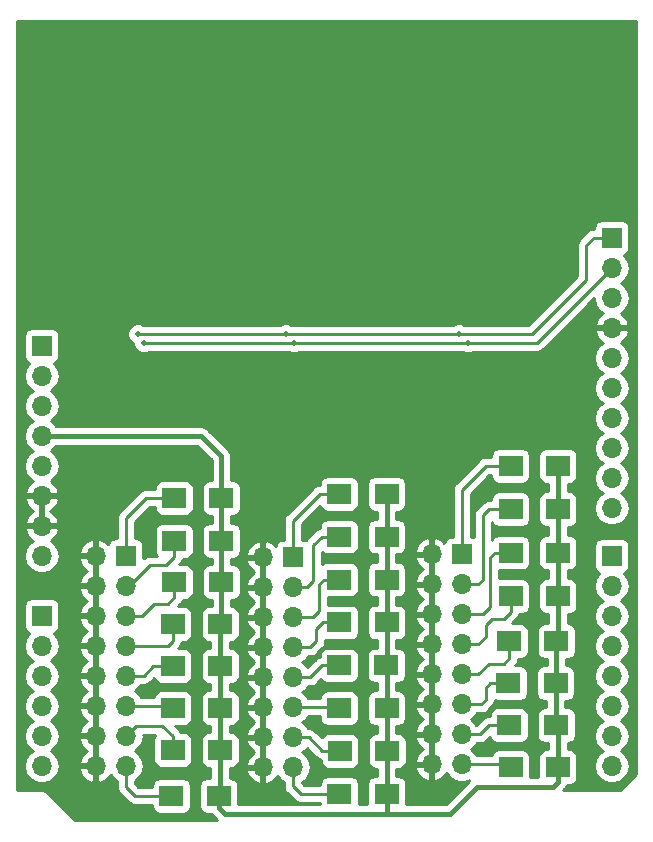
<source format=gbr>
G04 #@! TF.GenerationSoftware,KiCad,Pcbnew,5.0.1-33cea8e~68~ubuntu18.04.1*
G04 #@! TF.CreationDate,2018-11-24T14:12:02-07:00*
G04 #@! TF.ProjectId,adc,6164632E6B696361645F706362000000,rev?*
G04 #@! TF.SameCoordinates,Original*
G04 #@! TF.FileFunction,Copper,L2,Bot,Signal*
G04 #@! TF.FilePolarity,Positive*
%FSLAX46Y46*%
G04 Gerber Fmt 4.6, Leading zero omitted, Abs format (unit mm)*
G04 Created by KiCad (PCBNEW 5.0.1-33cea8e~68~ubuntu18.04.1) date Sat 24 Nov 2018 02:12:02 PM MST*
%MOMM*%
%LPD*%
G01*
G04 APERTURE LIST*
G04 #@! TA.AperFunction,ComponentPad*
%ADD10R,1.700000X1.700000*%
G04 #@! TD*
G04 #@! TA.AperFunction,ComponentPad*
%ADD11O,1.700000X1.700000*%
G04 #@! TD*
G04 #@! TA.AperFunction,SMDPad,CuDef*
%ADD12R,2.000000X1.700000*%
G04 #@! TD*
G04 #@! TA.AperFunction,ViaPad*
%ADD13C,0.508000*%
G04 #@! TD*
G04 #@! TA.AperFunction,Conductor*
%ADD14C,0.381000*%
G04 #@! TD*
G04 #@! TA.AperFunction,Conductor*
%ADD15C,0.254000*%
G04 #@! TD*
G04 APERTURE END LIST*
D10*
G04 #@! TO.P,J1,1*
G04 #@! TO.N,Net-(J1-Pad1)*
X48260000Y-62992000D03*
D11*
G04 #@! TO.P,J1,2*
G04 #@! TO.N,IOREF*
X48260000Y-65532000D03*
G04 #@! TO.P,J1,3*
G04 #@! TO.N,RESET*
X48260000Y-68072000D03*
G04 #@! TO.P,J1,4*
G04 #@! TO.N,3V3*
X48260000Y-70612000D03*
G04 #@! TO.P,J1,5*
G04 #@! TO.N,5V*
X48260000Y-73152000D03*
G04 #@! TO.P,J1,6*
G04 #@! TO.N,GND*
X48260000Y-75692000D03*
G04 #@! TO.P,J1,7*
X48260000Y-78232000D03*
G04 #@! TO.P,J1,8*
G04 #@! TO.N,Net-(J1-Pad8)*
X48260000Y-80772000D03*
G04 #@! TD*
G04 #@! TO.P,J2,6*
G04 #@! TO.N,A5*
X48260000Y-98552000D03*
G04 #@! TO.P,J2,5*
G04 #@! TO.N,A4*
X48260000Y-96012000D03*
G04 #@! TO.P,J2,4*
G04 #@! TO.N,A3*
X48260000Y-93472000D03*
G04 #@! TO.P,J2,3*
G04 #@! TO.N,A2*
X48260000Y-90932000D03*
G04 #@! TO.P,J2,2*
G04 #@! TO.N,A1*
X48260000Y-88392000D03*
D10*
G04 #@! TO.P,J2,1*
G04 #@! TO.N,A0*
X48260000Y-85852000D03*
G04 #@! TD*
D11*
G04 #@! TO.P,J3,8*
G04 #@! TO.N,D0*
X96520000Y-98552000D03*
G04 #@! TO.P,J3,7*
G04 #@! TO.N,D1*
X96520000Y-96012000D03*
G04 #@! TO.P,J3,6*
G04 #@! TO.N,D2*
X96520000Y-93472000D03*
G04 #@! TO.P,J3,5*
G04 #@! TO.N,D3*
X96520000Y-90932000D03*
G04 #@! TO.P,J3,4*
G04 #@! TO.N,D4*
X96520000Y-88392000D03*
G04 #@! TO.P,J3,3*
G04 #@! TO.N,D5*
X96520000Y-85852000D03*
G04 #@! TO.P,J3,2*
G04 #@! TO.N,D6*
X96520000Y-83312000D03*
D10*
G04 #@! TO.P,J3,1*
G04 #@! TO.N,D7*
X96520000Y-80772000D03*
G04 #@! TD*
D11*
G04 #@! TO.P,J4,10*
G04 #@! TO.N,D8*
X96520000Y-76712000D03*
G04 #@! TO.P,J4,9*
G04 #@! TO.N,D9*
X96520000Y-74172000D03*
G04 #@! TO.P,J4,8*
G04 #@! TO.N,D10*
X96520000Y-71632000D03*
G04 #@! TO.P,J4,7*
G04 #@! TO.N,D11*
X96520000Y-69092000D03*
G04 #@! TO.P,J4,6*
G04 #@! TO.N,D12*
X96520000Y-66552000D03*
G04 #@! TO.P,J4,5*
G04 #@! TO.N,D13*
X96520000Y-64012000D03*
G04 #@! TO.P,J4,4*
G04 #@! TO.N,GND*
X96520000Y-61472000D03*
G04 #@! TO.P,J4,3*
G04 #@! TO.N,AREF*
X96520000Y-58932000D03*
G04 #@! TO.P,J4,2*
G04 #@! TO.N,SDA*
X96520000Y-56392000D03*
D10*
G04 #@! TO.P,J4,1*
G04 #@! TO.N,SCL*
X96520000Y-53852000D03*
G04 #@! TD*
D12*
G04 #@! TO.P,R4,2*
G04 #@! TO.N,Net-(J5-Pad1)*
X87963083Y-73152000D03*
G04 #@! TO.P,R4,1*
G04 #@! TO.N,3V3*
X91963083Y-73152000D03*
G04 #@! TD*
G04 #@! TO.P,R6,2*
G04 #@! TO.N,Net-(J5-Pad3)*
X87963083Y-76817683D03*
G04 #@! TO.P,R6,1*
G04 #@! TO.N,3V3*
X91963083Y-76817683D03*
G04 #@! TD*
G04 #@! TO.P,R7,1*
G04 #@! TO.N,3V3*
X91963083Y-80500683D03*
G04 #@! TO.P,R7,2*
G04 #@! TO.N,Net-(J5-Pad5)*
X87963083Y-80500683D03*
G04 #@! TD*
G04 #@! TO.P,R8,2*
G04 #@! TO.N,Net-(J5-Pad7)*
X87963083Y-84183683D03*
G04 #@! TO.P,R8,1*
G04 #@! TO.N,3V3*
X91963083Y-84183683D03*
G04 #@! TD*
G04 #@! TO.P,R9,1*
G04 #@! TO.N,3V3*
X91836083Y-87993681D03*
G04 #@! TO.P,R9,2*
G04 #@! TO.N,Net-(J5-Pad9)*
X87836083Y-87993681D03*
G04 #@! TD*
G04 #@! TO.P,R10,1*
G04 #@! TO.N,3V3*
X91772083Y-91549682D03*
G04 #@! TO.P,R10,2*
G04 #@! TO.N,Net-(J5-Pad11)*
X87772083Y-91549682D03*
G04 #@! TD*
G04 #@! TO.P,R11,2*
G04 #@! TO.N,Net-(J5-Pad13)*
X87836082Y-95105681D03*
G04 #@! TO.P,R11,1*
G04 #@! TO.N,3V3*
X91836082Y-95105681D03*
G04 #@! TD*
G04 #@! TO.P,R12,1*
G04 #@! TO.N,3V3*
X91963083Y-98661682D03*
G04 #@! TO.P,R12,2*
G04 #@! TO.N,Net-(J5-Pad15)*
X87963083Y-98661682D03*
G04 #@! TD*
G04 #@! TO.P,R14,1*
G04 #@! TO.N,3V3*
X63468000Y-75878957D03*
G04 #@! TO.P,R14,2*
G04 #@! TO.N,Net-(J6-Pad1)*
X59468000Y-75878957D03*
G04 #@! TD*
G04 #@! TO.P,R16,2*
G04 #@! TO.N,Net-(J6-Pad3)*
X59468000Y-79502000D03*
G04 #@! TO.P,R16,1*
G04 #@! TO.N,3V3*
X63468000Y-79502000D03*
G04 #@! TD*
G04 #@! TO.P,R17,1*
G04 #@! TO.N,3V3*
X63468000Y-82990957D03*
G04 #@! TO.P,R17,2*
G04 #@! TO.N,Net-(J6-Pad5)*
X59468000Y-82990957D03*
G04 #@! TD*
G04 #@! TO.P,R18,2*
G04 #@! TO.N,Net-(J6-Pad7)*
X59363624Y-86546957D03*
G04 #@! TO.P,R18,1*
G04 #@! TO.N,3V3*
X63363624Y-86546957D03*
G04 #@! TD*
G04 #@! TO.P,R19,2*
G04 #@! TO.N,Net-(J6-Pad9)*
X59363625Y-90102957D03*
G04 #@! TO.P,R19,1*
G04 #@! TO.N,3V3*
X63363625Y-90102957D03*
G04 #@! TD*
G04 #@! TO.P,R21,1*
G04 #@! TO.N,3V3*
X77455263Y-75525618D03*
G04 #@! TO.P,R21,2*
G04 #@! TO.N,Net-(J7-Pad1)*
X73455263Y-75525618D03*
G04 #@! TD*
G04 #@! TO.P,R22,2*
G04 #@! TO.N,Net-(J6-Pad11)*
X59363126Y-93658957D03*
G04 #@! TO.P,R22,1*
G04 #@! TO.N,3V3*
X63363126Y-93658957D03*
G04 #@! TD*
G04 #@! TO.P,R24,1*
G04 #@! TO.N,3V3*
X77455264Y-79154189D03*
G04 #@! TO.P,R24,2*
G04 #@! TO.N,Net-(J7-Pad3)*
X73455264Y-79154189D03*
G04 #@! TD*
G04 #@! TO.P,R25,2*
G04 #@! TO.N,Net-(J6-Pad13)*
X59363624Y-97214957D03*
G04 #@! TO.P,R25,1*
G04 #@! TO.N,3V3*
X63363624Y-97214957D03*
G04 #@! TD*
G04 #@! TO.P,R26,1*
G04 #@! TO.N,3V3*
X77455263Y-82782760D03*
G04 #@! TO.P,R26,2*
G04 #@! TO.N,Net-(J7-Pad5)*
X73455263Y-82782760D03*
G04 #@! TD*
G04 #@! TO.P,R27,1*
G04 #@! TO.N,3V3*
X63246000Y-101092000D03*
G04 #@! TO.P,R27,2*
G04 #@! TO.N,Net-(J6-Pad15)*
X59246000Y-101092000D03*
G04 #@! TD*
G04 #@! TO.P,R28,2*
G04 #@! TO.N,Net-(J7-Pad7)*
X73470000Y-86411331D03*
G04 #@! TO.P,R28,1*
G04 #@! TO.N,3V3*
X77470000Y-86411331D03*
G04 #@! TD*
G04 #@! TO.P,R29,1*
G04 #@! TO.N,3V3*
X77438000Y-90039902D03*
G04 #@! TO.P,R29,2*
G04 #@! TO.N,Net-(J7-Pad9)*
X73438000Y-90039902D03*
G04 #@! TD*
G04 #@! TO.P,R30,2*
G04 #@! TO.N,Net-(J7-Pad11)*
X73455263Y-93668473D03*
G04 #@! TO.P,R30,1*
G04 #@! TO.N,3V3*
X77455263Y-93668473D03*
G04 #@! TD*
G04 #@! TO.P,R31,1*
G04 #@! TO.N,3V3*
X77519264Y-97297044D03*
G04 #@! TO.P,R31,2*
G04 #@! TO.N,Net-(J7-Pad13)*
X73519264Y-97297044D03*
G04 #@! TD*
G04 #@! TO.P,R32,2*
G04 #@! TO.N,Net-(J7-Pad15)*
X73470000Y-100925618D03*
G04 #@! TO.P,R32,1*
G04 #@! TO.N,3V3*
X77470000Y-100925618D03*
G04 #@! TD*
D11*
G04 #@! TO.P,J5,16*
G04 #@! TO.N,GND*
X81280000Y-98425000D03*
G04 #@! TO.P,J5,15*
G04 #@! TO.N,Net-(J5-Pad15)*
X83820000Y-98425000D03*
G04 #@! TO.P,J5,14*
G04 #@! TO.N,GND*
X81280000Y-95885000D03*
G04 #@! TO.P,J5,13*
G04 #@! TO.N,Net-(J5-Pad13)*
X83820000Y-95885000D03*
G04 #@! TO.P,J5,12*
G04 #@! TO.N,GND*
X81280000Y-93345000D03*
G04 #@! TO.P,J5,11*
G04 #@! TO.N,Net-(J5-Pad11)*
X83820000Y-93345000D03*
G04 #@! TO.P,J5,10*
G04 #@! TO.N,GND*
X81280000Y-90805000D03*
G04 #@! TO.P,J5,9*
G04 #@! TO.N,Net-(J5-Pad9)*
X83820000Y-90805000D03*
G04 #@! TO.P,J5,8*
G04 #@! TO.N,GND*
X81280000Y-88265000D03*
G04 #@! TO.P,J5,7*
G04 #@! TO.N,Net-(J5-Pad7)*
X83820000Y-88265000D03*
G04 #@! TO.P,J5,6*
G04 #@! TO.N,GND*
X81280000Y-85725000D03*
G04 #@! TO.P,J5,5*
G04 #@! TO.N,Net-(J5-Pad5)*
X83820000Y-85725000D03*
G04 #@! TO.P,J5,4*
G04 #@! TO.N,GND*
X81280000Y-83185000D03*
G04 #@! TO.P,J5,3*
G04 #@! TO.N,Net-(J5-Pad3)*
X83820000Y-83185000D03*
G04 #@! TO.P,J5,2*
G04 #@! TO.N,GND*
X81280000Y-80645000D03*
D10*
G04 #@! TO.P,J5,1*
G04 #@! TO.N,Net-(J5-Pad1)*
X83820000Y-80645000D03*
G04 #@! TD*
D11*
G04 #@! TO.P,J6,16*
G04 #@! TO.N,GND*
X52832000Y-98552000D03*
G04 #@! TO.P,J6,15*
G04 #@! TO.N,Net-(J6-Pad15)*
X55372000Y-98552000D03*
G04 #@! TO.P,J6,14*
G04 #@! TO.N,GND*
X52832000Y-96012000D03*
G04 #@! TO.P,J6,13*
G04 #@! TO.N,Net-(J6-Pad13)*
X55372000Y-96012000D03*
G04 #@! TO.P,J6,12*
G04 #@! TO.N,GND*
X52832000Y-93472000D03*
G04 #@! TO.P,J6,11*
G04 #@! TO.N,Net-(J6-Pad11)*
X55372000Y-93472000D03*
G04 #@! TO.P,J6,10*
G04 #@! TO.N,GND*
X52832000Y-90932000D03*
G04 #@! TO.P,J6,9*
G04 #@! TO.N,Net-(J6-Pad9)*
X55372000Y-90932000D03*
G04 #@! TO.P,J6,8*
G04 #@! TO.N,GND*
X52832000Y-88392000D03*
G04 #@! TO.P,J6,7*
G04 #@! TO.N,Net-(J6-Pad7)*
X55372000Y-88392000D03*
G04 #@! TO.P,J6,6*
G04 #@! TO.N,GND*
X52832000Y-85852000D03*
G04 #@! TO.P,J6,5*
G04 #@! TO.N,Net-(J6-Pad5)*
X55372000Y-85852000D03*
G04 #@! TO.P,J6,4*
G04 #@! TO.N,GND*
X52832000Y-83312000D03*
G04 #@! TO.P,J6,3*
G04 #@! TO.N,Net-(J6-Pad3)*
X55372000Y-83312000D03*
G04 #@! TO.P,J6,2*
G04 #@! TO.N,GND*
X52832000Y-80772000D03*
D10*
G04 #@! TO.P,J6,1*
G04 #@! TO.N,Net-(J6-Pad1)*
X55372000Y-80772000D03*
G04 #@! TD*
G04 #@! TO.P,J7,1*
G04 #@! TO.N,Net-(J7-Pad1)*
X69532500Y-80899000D03*
D11*
G04 #@! TO.P,J7,2*
G04 #@! TO.N,GND*
X66992500Y-80899000D03*
G04 #@! TO.P,J7,3*
G04 #@! TO.N,Net-(J7-Pad3)*
X69532500Y-83439000D03*
G04 #@! TO.P,J7,4*
G04 #@! TO.N,GND*
X66992500Y-83439000D03*
G04 #@! TO.P,J7,5*
G04 #@! TO.N,Net-(J7-Pad5)*
X69532500Y-85979000D03*
G04 #@! TO.P,J7,6*
G04 #@! TO.N,GND*
X66992500Y-85979000D03*
G04 #@! TO.P,J7,7*
G04 #@! TO.N,Net-(J7-Pad7)*
X69532500Y-88519000D03*
G04 #@! TO.P,J7,8*
G04 #@! TO.N,GND*
X66992500Y-88519000D03*
G04 #@! TO.P,J7,9*
G04 #@! TO.N,Net-(J7-Pad9)*
X69532500Y-91059000D03*
G04 #@! TO.P,J7,10*
G04 #@! TO.N,GND*
X66992500Y-91059000D03*
G04 #@! TO.P,J7,11*
G04 #@! TO.N,Net-(J7-Pad11)*
X69532500Y-93599000D03*
G04 #@! TO.P,J7,12*
G04 #@! TO.N,GND*
X66992500Y-93599000D03*
G04 #@! TO.P,J7,13*
G04 #@! TO.N,Net-(J7-Pad13)*
X69532500Y-96139000D03*
G04 #@! TO.P,J7,14*
G04 #@! TO.N,GND*
X66992500Y-96139000D03*
G04 #@! TO.P,J7,15*
G04 #@! TO.N,Net-(J7-Pad15)*
X69532500Y-98679000D03*
G04 #@! TO.P,J7,16*
G04 #@! TO.N,GND*
X66992500Y-98679000D03*
G04 #@! TD*
D13*
G04 #@! TO.N,GND*
X81280000Y-101092000D03*
X67056000Y-101092000D03*
X52832000Y-101092000D03*
X49530000Y-36830000D03*
X58420000Y-36830000D03*
X68580000Y-36830000D03*
X96520000Y-36830000D03*
X78740000Y-49530000D03*
X73660000Y-49530000D03*
X62230000Y-49530000D03*
X54610000Y-49530000D03*
X85090000Y-49530000D03*
X64770000Y-57150000D03*
X78740000Y-57150000D03*
X83820000Y-57150000D03*
X46990000Y-57150000D03*
X54610000Y-73660000D03*
X67310000Y-73660000D03*
X81280000Y-73660000D03*
X91186000Y-49530000D03*
G04 #@! TO.N,SDA*
X84328000Y-62738000D03*
X69596000Y-62738000D03*
X56895994Y-62738000D03*
G04 #@! TO.N,SCL*
X68922910Y-61976000D03*
X83566062Y-61976000D03*
X56388000Y-61976000D03*
G04 #@! TD*
D14*
G04 #@! TO.N,3V3*
X63468000Y-75878957D02*
X63468000Y-80042000D01*
X63468000Y-80042000D02*
X63468000Y-79502000D01*
X63468000Y-79502000D02*
X63468000Y-82990957D01*
X63468000Y-86442581D02*
X63363624Y-86546957D01*
X63468000Y-82990957D02*
X63468000Y-86442581D01*
X63363624Y-90102956D02*
X63363625Y-90102957D01*
X63363624Y-86546957D02*
X63363624Y-90102956D01*
X63363625Y-93658458D02*
X63363126Y-93658957D01*
X63363625Y-90102957D02*
X63363625Y-93658458D01*
X63363126Y-97214459D02*
X63363624Y-97214957D01*
X63363126Y-93658957D02*
X63363126Y-97214459D01*
X63363624Y-100974376D02*
X63246000Y-101092000D01*
X63363624Y-97214957D02*
X63363624Y-100974376D01*
X77470000Y-97346308D02*
X77519264Y-97297044D01*
X77470000Y-100925618D02*
X77470000Y-97346308D01*
X77455263Y-97233043D02*
X77519264Y-97297044D01*
X77455263Y-93668473D02*
X77455263Y-97233043D01*
X77455263Y-90057165D02*
X77438000Y-90039902D01*
X77455263Y-93668473D02*
X77455263Y-90057165D01*
X77470000Y-90007902D02*
X77438000Y-90039902D01*
X77470000Y-86411331D02*
X77470000Y-90007902D01*
X77455263Y-86396594D02*
X77470000Y-86411331D01*
X77455263Y-82782760D02*
X77455263Y-86396594D01*
X77455264Y-82782759D02*
X77455263Y-82782760D01*
X77455264Y-79154189D02*
X77455264Y-82782759D01*
X77455263Y-79154188D02*
X77455264Y-79154189D01*
X77455263Y-75525618D02*
X77455263Y-79154188D01*
X91963083Y-95232682D02*
X91836082Y-95105681D01*
X91963083Y-98661682D02*
X91963083Y-95232682D01*
X91772083Y-95041682D02*
X91836082Y-95105681D01*
X91772083Y-91549682D02*
X91772083Y-95041682D01*
X91836083Y-91485682D02*
X91772083Y-91549682D01*
X91836083Y-87993681D02*
X91836083Y-91485682D01*
X49462081Y-70612000D02*
X48260000Y-70612000D01*
X63468000Y-72358000D02*
X61722000Y-70612000D01*
X63468000Y-75878957D02*
X63468000Y-72358000D01*
X91963083Y-73152000D02*
X91963083Y-76817683D01*
X91963083Y-76817683D02*
X91963083Y-80500683D01*
X91963083Y-80500683D02*
X91963083Y-84183683D01*
X91963083Y-87866681D02*
X91836083Y-87993681D01*
X91963083Y-84183683D02*
X91963083Y-87866681D01*
X61722000Y-70612000D02*
X61468000Y-70612000D01*
X61468000Y-70612000D02*
X49462081Y-70612000D01*
X63754000Y-102616000D02*
X77216000Y-102616000D01*
X63246000Y-102108000D02*
X63754000Y-102616000D01*
X63246000Y-101092000D02*
X63246000Y-102108000D01*
X91963083Y-98661682D02*
X91963083Y-99892682D01*
X91525765Y-100330000D02*
X85090000Y-100330000D01*
X91963083Y-99892682D02*
X91525765Y-100330000D01*
X85090000Y-100330000D02*
X82804000Y-102616000D01*
X78232000Y-102616000D02*
X77724000Y-102616000D01*
X82804000Y-102616000D02*
X78232000Y-102616000D01*
X77470000Y-100925618D02*
X77470000Y-102156618D01*
X77470000Y-102156618D02*
X77470000Y-102616000D01*
X77470000Y-102616000D02*
X78232000Y-102616000D01*
X77216000Y-102616000D02*
X77470000Y-102616000D01*
D15*
G04 #@! TO.N,SDA*
X69955210Y-62738000D02*
X69596000Y-62738000D01*
X84328000Y-62738000D02*
X69955210Y-62738000D01*
X90174000Y-62738000D02*
X84328000Y-62738000D01*
X96520000Y-56392000D02*
X90174000Y-62738000D01*
X69596000Y-62738000D02*
X56895994Y-62738000D01*
G04 #@! TO.N,SCL*
X68922910Y-61976000D02*
X83566062Y-61976000D01*
X68922910Y-61976000D02*
X56388000Y-61976000D01*
X83566062Y-61976000D02*
X89789000Y-61976000D01*
X89789000Y-61976000D02*
X94361000Y-57404000D01*
X94361000Y-57404000D02*
X94361000Y-54483000D01*
X94992000Y-53852000D02*
X96520000Y-53852000D01*
X94361000Y-54483000D02*
X94992000Y-53852000D01*
G04 #@! TO.N,Net-(J5-Pad7)*
X87376000Y-86106000D02*
X87963083Y-85518917D01*
X83820000Y-88265000D02*
X85217000Y-88265000D01*
X85217000Y-88265000D02*
X85852000Y-87630000D01*
X85852000Y-87630000D02*
X85852000Y-86614000D01*
X87963083Y-85518917D02*
X87963083Y-84183683D01*
X86360000Y-86106000D02*
X87376000Y-86106000D01*
X85852000Y-86614000D02*
X86360000Y-86106000D01*
G04 #@! TO.N,Net-(J5-Pad5)*
X86631317Y-80500683D02*
X87963083Y-80500683D01*
X83820000Y-85725000D02*
X85598000Y-85725000D01*
X86233000Y-85090000D02*
X86233000Y-80899000D01*
X85598000Y-85725000D02*
X86233000Y-85090000D01*
X86233000Y-80899000D02*
X86631317Y-80500683D01*
G04 #@! TO.N,Net-(J5-Pad3)*
X85217000Y-83185000D02*
X83820000Y-83185000D01*
X87963083Y-76817683D02*
X86123317Y-76817683D01*
X85598000Y-82804000D02*
X85217000Y-83185000D01*
X86123317Y-76817683D02*
X85598000Y-77343000D01*
X85598000Y-77343000D02*
X85598000Y-82804000D01*
G04 #@! TO.N,Net-(J5-Pad1)*
X85852000Y-73152000D02*
X87963083Y-73152000D01*
X83820000Y-75184000D02*
X85852000Y-73152000D01*
X83820000Y-80645000D02*
X83820000Y-75184000D01*
G04 #@! TO.N,Net-(J6-Pad7)*
X59363624Y-87956376D02*
X59363624Y-86546957D01*
X58928000Y-88392000D02*
X59363624Y-87956376D01*
X55372000Y-88392000D02*
X58928000Y-88392000D01*
G04 #@! TO.N,Net-(J6-Pad5)*
X55372000Y-85852000D02*
X56769000Y-85852000D01*
X56769000Y-85852000D02*
X57785000Y-84836000D01*
X58928000Y-84836000D02*
X59468000Y-84296000D01*
X59468000Y-84296000D02*
X59468000Y-82990957D01*
X57785000Y-84836000D02*
X58928000Y-84836000D01*
G04 #@! TO.N,Net-(J6-Pad3)*
X59468000Y-80867000D02*
X59468000Y-79502000D01*
X55372000Y-83312000D02*
X55626000Y-83312000D01*
X57404000Y-81534000D02*
X58801000Y-81534000D01*
X55626000Y-83312000D02*
X57404000Y-81534000D01*
X58801000Y-81534000D02*
X59468000Y-80867000D01*
G04 #@! TO.N,Net-(J6-Pad1)*
X57090043Y-75878957D02*
X59468000Y-75878957D01*
X55372000Y-77597000D02*
X57090043Y-75878957D01*
X55372000Y-80772000D02*
X55372000Y-77597000D01*
G04 #@! TO.N,Net-(J7-Pad1)*
X69532500Y-79502000D02*
X69532500Y-80899000D01*
X69532500Y-77787500D02*
X69532500Y-79502000D01*
X71794382Y-75525618D02*
X69532500Y-77787500D01*
X73455263Y-75525618D02*
X71794382Y-75525618D01*
G04 #@! TO.N,Net-(J7-Pad3)*
X70739000Y-83439000D02*
X69532500Y-83439000D01*
X73455264Y-79154189D02*
X71975811Y-79154189D01*
X71975811Y-79154189D02*
X71247000Y-79883000D01*
X71247000Y-79883000D02*
X71247000Y-82931000D01*
X71247000Y-82931000D02*
X70739000Y-83439000D01*
G04 #@! TO.N,Net-(J7-Pad5)*
X72157240Y-82782760D02*
X73455263Y-82782760D01*
X69532500Y-85979000D02*
X71247000Y-85979000D01*
X71755000Y-85471000D02*
X71755000Y-83185000D01*
X71247000Y-85979000D02*
X71755000Y-85471000D01*
X71755000Y-83185000D02*
X72157240Y-82782760D01*
G04 #@! TO.N,Net-(J7-Pad7)*
X70993000Y-88519000D02*
X69532500Y-88519000D01*
X73470000Y-86411331D02*
X72084669Y-86411331D01*
X72084669Y-86411331D02*
X71501000Y-86995000D01*
X71501000Y-86995000D02*
X71501000Y-88011000D01*
X71501000Y-88011000D02*
X70993000Y-88519000D01*
G04 #@! TO.N,Net-(J5-Pad15)*
X87726401Y-98425000D02*
X87963083Y-98661682D01*
X83820000Y-98425000D02*
X87726401Y-98425000D01*
G04 #@! TO.N,Net-(J5-Pad13)*
X86123319Y-95105681D02*
X85344000Y-95885000D01*
X85344000Y-95885000D02*
X83820000Y-95885000D01*
X87836082Y-95105681D02*
X86123319Y-95105681D01*
G04 #@! TO.N,Net-(J5-Pad11)*
X85471000Y-93345000D02*
X83820000Y-93345000D01*
X87772083Y-91549682D02*
X86250318Y-91549682D01*
X86250318Y-91549682D02*
X85852000Y-91948000D01*
X85852000Y-91948000D02*
X85852000Y-92964000D01*
X85852000Y-92964000D02*
X85471000Y-93345000D01*
G04 #@! TO.N,Net-(J5-Pad9)*
X87836083Y-89455917D02*
X87836083Y-87993681D01*
X83820000Y-90805000D02*
X85217000Y-90805000D01*
X86106000Y-89916000D02*
X87376000Y-89916000D01*
X85217000Y-90805000D02*
X86106000Y-89916000D01*
X87376000Y-89916000D02*
X87836083Y-89455917D01*
G04 #@! TO.N,Net-(J6-Pad15)*
X56134000Y-101092000D02*
X59246000Y-101092000D01*
X55372000Y-100330000D02*
X56134000Y-101092000D01*
X55372000Y-98552000D02*
X55372000Y-100330000D01*
G04 #@! TO.N,Net-(J6-Pad13)*
X59363624Y-96110957D02*
X59363624Y-97214957D01*
X56221999Y-95162001D02*
X58459001Y-95162001D01*
X55372000Y-96012000D02*
X56221999Y-95162001D01*
X59363624Y-96066624D02*
X59363624Y-96110957D01*
X58459001Y-95162001D02*
X59363624Y-96066624D01*
G04 #@! TO.N,Net-(J6-Pad11)*
X59176169Y-93472000D02*
X59363126Y-93658957D01*
X55372000Y-93472000D02*
X59176169Y-93472000D01*
G04 #@! TO.N,Net-(J6-Pad9)*
X56896000Y-90932000D02*
X55372000Y-90932000D01*
X57725043Y-90102957D02*
X56896000Y-90932000D01*
X59363625Y-90102957D02*
X57725043Y-90102957D01*
G04 #@! TO.N,Net-(J7-Pad9)*
X70866000Y-91059000D02*
X69532500Y-91059000D01*
X70993000Y-91059000D02*
X70866000Y-91059000D01*
X72012098Y-90039902D02*
X70993000Y-91059000D01*
X73438000Y-90039902D02*
X72012098Y-90039902D01*
G04 #@! TO.N,Net-(J7-Pad11)*
X73385790Y-93599000D02*
X73455263Y-93668473D01*
X69532500Y-93599000D02*
X73385790Y-93599000D01*
G04 #@! TO.N,Net-(J7-Pad13)*
X72024044Y-97297044D02*
X73519264Y-97297044D01*
X70866000Y-96139000D02*
X72024044Y-97297044D01*
X69532500Y-96139000D02*
X70866000Y-96139000D01*
G04 #@! TO.N,Net-(J7-Pad15)*
X70191618Y-100925618D02*
X73470000Y-100925618D01*
X69532500Y-100266500D02*
X70191618Y-100925618D01*
X69532500Y-98679000D02*
X69532500Y-100266500D01*
G04 #@! TD*
G04 #@! TO.N,GND*
G36*
X98604000Y-99273908D02*
X97241910Y-100636000D01*
X92387197Y-100636000D01*
X92489306Y-100533891D01*
X92558235Y-100487834D01*
X92740687Y-100214776D01*
X92751757Y-100159122D01*
X92963083Y-100159122D01*
X93210848Y-100109839D01*
X93420892Y-99969491D01*
X93561240Y-99759447D01*
X93610523Y-99511682D01*
X93610523Y-97811682D01*
X93561240Y-97563917D01*
X93420892Y-97353873D01*
X93210848Y-97213525D01*
X92963083Y-97164242D01*
X92788583Y-97164242D01*
X92788583Y-96603121D01*
X92836082Y-96603121D01*
X93083847Y-96553838D01*
X93293891Y-96413490D01*
X93434239Y-96203446D01*
X93483522Y-95955681D01*
X93483522Y-94255681D01*
X93434239Y-94007916D01*
X93293891Y-93797872D01*
X93083847Y-93657524D01*
X92836082Y-93608241D01*
X92597583Y-93608241D01*
X92597583Y-93047122D01*
X92772083Y-93047122D01*
X93019848Y-92997839D01*
X93229892Y-92857491D01*
X93370240Y-92647447D01*
X93419523Y-92399682D01*
X93419523Y-90699682D01*
X93370240Y-90451917D01*
X93229892Y-90241873D01*
X93019848Y-90101525D01*
X92772083Y-90052242D01*
X92661583Y-90052242D01*
X92661583Y-89491121D01*
X92836083Y-89491121D01*
X93083848Y-89441838D01*
X93293892Y-89301490D01*
X93434240Y-89091446D01*
X93483523Y-88843681D01*
X93483523Y-87143681D01*
X93434240Y-86895916D01*
X93293892Y-86685872D01*
X93083848Y-86545524D01*
X92836083Y-86496241D01*
X92788583Y-86496241D01*
X92788583Y-85681123D01*
X92963083Y-85681123D01*
X93210848Y-85631840D01*
X93420892Y-85491492D01*
X93561240Y-85281448D01*
X93610523Y-85033683D01*
X93610523Y-83333683D01*
X93606211Y-83312000D01*
X95005908Y-83312000D01*
X95121161Y-83891418D01*
X95449375Y-84382625D01*
X95747761Y-84582000D01*
X95449375Y-84781375D01*
X95121161Y-85272582D01*
X95005908Y-85852000D01*
X95121161Y-86431418D01*
X95449375Y-86922625D01*
X95747761Y-87122000D01*
X95449375Y-87321375D01*
X95121161Y-87812582D01*
X95005908Y-88392000D01*
X95121161Y-88971418D01*
X95449375Y-89462625D01*
X95747761Y-89662000D01*
X95449375Y-89861375D01*
X95121161Y-90352582D01*
X95005908Y-90932000D01*
X95121161Y-91511418D01*
X95449375Y-92002625D01*
X95747761Y-92202000D01*
X95449375Y-92401375D01*
X95121161Y-92892582D01*
X95005908Y-93472000D01*
X95121161Y-94051418D01*
X95449375Y-94542625D01*
X95747761Y-94742000D01*
X95449375Y-94941375D01*
X95121161Y-95432582D01*
X95005908Y-96012000D01*
X95121161Y-96591418D01*
X95449375Y-97082625D01*
X95747761Y-97282000D01*
X95449375Y-97481375D01*
X95121161Y-97972582D01*
X95005908Y-98552000D01*
X95121161Y-99131418D01*
X95449375Y-99622625D01*
X95940582Y-99950839D01*
X96373744Y-100037000D01*
X96666256Y-100037000D01*
X97099418Y-99950839D01*
X97590625Y-99622625D01*
X97918839Y-99131418D01*
X98034092Y-98552000D01*
X97918839Y-97972582D01*
X97590625Y-97481375D01*
X97292239Y-97282000D01*
X97590625Y-97082625D01*
X97918839Y-96591418D01*
X98034092Y-96012000D01*
X97918839Y-95432582D01*
X97590625Y-94941375D01*
X97292239Y-94742000D01*
X97590625Y-94542625D01*
X97918839Y-94051418D01*
X98034092Y-93472000D01*
X97918839Y-92892582D01*
X97590625Y-92401375D01*
X97292239Y-92202000D01*
X97590625Y-92002625D01*
X97918839Y-91511418D01*
X98034092Y-90932000D01*
X97918839Y-90352582D01*
X97590625Y-89861375D01*
X97292239Y-89662000D01*
X97590625Y-89462625D01*
X97918839Y-88971418D01*
X98034092Y-88392000D01*
X97918839Y-87812582D01*
X97590625Y-87321375D01*
X97292239Y-87122000D01*
X97590625Y-86922625D01*
X97918839Y-86431418D01*
X98034092Y-85852000D01*
X97918839Y-85272582D01*
X97590625Y-84781375D01*
X97292239Y-84582000D01*
X97590625Y-84382625D01*
X97918839Y-83891418D01*
X98034092Y-83312000D01*
X97918839Y-82732582D01*
X97590625Y-82241375D01*
X97572381Y-82229184D01*
X97617765Y-82220157D01*
X97827809Y-82079809D01*
X97968157Y-81869765D01*
X98017440Y-81622000D01*
X98017440Y-79922000D01*
X97968157Y-79674235D01*
X97827809Y-79464191D01*
X97617765Y-79323843D01*
X97370000Y-79274560D01*
X95670000Y-79274560D01*
X95422235Y-79323843D01*
X95212191Y-79464191D01*
X95071843Y-79674235D01*
X95022560Y-79922000D01*
X95022560Y-81622000D01*
X95071843Y-81869765D01*
X95212191Y-82079809D01*
X95422235Y-82220157D01*
X95467619Y-82229184D01*
X95449375Y-82241375D01*
X95121161Y-82732582D01*
X95005908Y-83312000D01*
X93606211Y-83312000D01*
X93561240Y-83085918D01*
X93420892Y-82875874D01*
X93210848Y-82735526D01*
X92963083Y-82686243D01*
X92788583Y-82686243D01*
X92788583Y-81998123D01*
X92963083Y-81998123D01*
X93210848Y-81948840D01*
X93420892Y-81808492D01*
X93561240Y-81598448D01*
X93610523Y-81350683D01*
X93610523Y-79650683D01*
X93561240Y-79402918D01*
X93420892Y-79192874D01*
X93210848Y-79052526D01*
X92963083Y-79003243D01*
X92788583Y-79003243D01*
X92788583Y-78315123D01*
X92963083Y-78315123D01*
X93210848Y-78265840D01*
X93420892Y-78125492D01*
X93561240Y-77915448D01*
X93610523Y-77667683D01*
X93610523Y-75967683D01*
X93561240Y-75719918D01*
X93420892Y-75509874D01*
X93210848Y-75369526D01*
X92963083Y-75320243D01*
X92788583Y-75320243D01*
X92788583Y-74649440D01*
X92963083Y-74649440D01*
X93210848Y-74600157D01*
X93420892Y-74459809D01*
X93561240Y-74249765D01*
X93610523Y-74002000D01*
X93610523Y-72302000D01*
X93561240Y-72054235D01*
X93420892Y-71844191D01*
X93210848Y-71703843D01*
X92963083Y-71654560D01*
X90963083Y-71654560D01*
X90715318Y-71703843D01*
X90505274Y-71844191D01*
X90364926Y-72054235D01*
X90315643Y-72302000D01*
X90315643Y-74002000D01*
X90364926Y-74249765D01*
X90505274Y-74459809D01*
X90715318Y-74600157D01*
X90963083Y-74649440D01*
X91137583Y-74649440D01*
X91137584Y-75320243D01*
X90963083Y-75320243D01*
X90715318Y-75369526D01*
X90505274Y-75509874D01*
X90364926Y-75719918D01*
X90315643Y-75967683D01*
X90315643Y-77667683D01*
X90364926Y-77915448D01*
X90505274Y-78125492D01*
X90715318Y-78265840D01*
X90963083Y-78315123D01*
X91137583Y-78315123D01*
X91137584Y-79003243D01*
X90963083Y-79003243D01*
X90715318Y-79052526D01*
X90505274Y-79192874D01*
X90364926Y-79402918D01*
X90315643Y-79650683D01*
X90315643Y-81350683D01*
X90364926Y-81598448D01*
X90505274Y-81808492D01*
X90715318Y-81948840D01*
X90963083Y-81998123D01*
X91137583Y-81998123D01*
X91137584Y-82686243D01*
X90963083Y-82686243D01*
X90715318Y-82735526D01*
X90505274Y-82875874D01*
X90364926Y-83085918D01*
X90315643Y-83333683D01*
X90315643Y-85033683D01*
X90364926Y-85281448D01*
X90505274Y-85491492D01*
X90715318Y-85631840D01*
X90963083Y-85681123D01*
X91137583Y-85681123D01*
X91137584Y-86496241D01*
X90836083Y-86496241D01*
X90588318Y-86545524D01*
X90378274Y-86685872D01*
X90237926Y-86895916D01*
X90188643Y-87143681D01*
X90188643Y-88843681D01*
X90237926Y-89091446D01*
X90378274Y-89301490D01*
X90588318Y-89441838D01*
X90836083Y-89491121D01*
X91010583Y-89491121D01*
X91010584Y-90052242D01*
X90772083Y-90052242D01*
X90524318Y-90101525D01*
X90314274Y-90241873D01*
X90173926Y-90451917D01*
X90124643Y-90699682D01*
X90124643Y-92399682D01*
X90173926Y-92647447D01*
X90314274Y-92857491D01*
X90524318Y-92997839D01*
X90772083Y-93047122D01*
X90946583Y-93047122D01*
X90946584Y-93608241D01*
X90836082Y-93608241D01*
X90588317Y-93657524D01*
X90378273Y-93797872D01*
X90237925Y-94007916D01*
X90188642Y-94255681D01*
X90188642Y-95955681D01*
X90237925Y-96203446D01*
X90378273Y-96413490D01*
X90588317Y-96553838D01*
X90836082Y-96603121D01*
X91137584Y-96603121D01*
X91137583Y-97164242D01*
X90963083Y-97164242D01*
X90715318Y-97213525D01*
X90505274Y-97353873D01*
X90364926Y-97563917D01*
X90315643Y-97811682D01*
X90315643Y-99504500D01*
X89610523Y-99504500D01*
X89610523Y-97811682D01*
X89561240Y-97563917D01*
X89420892Y-97353873D01*
X89210848Y-97213525D01*
X88963083Y-97164242D01*
X86963083Y-97164242D01*
X86715318Y-97213525D01*
X86505274Y-97353873D01*
X86364926Y-97563917D01*
X86345217Y-97663000D01*
X85096842Y-97663000D01*
X84890625Y-97354375D01*
X84592239Y-97155000D01*
X84890625Y-96955625D01*
X85096842Y-96647000D01*
X85268957Y-96647000D01*
X85344000Y-96661927D01*
X85419043Y-96647000D01*
X85419048Y-96647000D01*
X85641317Y-96602788D01*
X85893371Y-96434371D01*
X85935884Y-96370746D01*
X86215570Y-96091060D01*
X86237925Y-96203446D01*
X86378273Y-96413490D01*
X86588317Y-96553838D01*
X86836082Y-96603121D01*
X88836082Y-96603121D01*
X89083847Y-96553838D01*
X89293891Y-96413490D01*
X89434239Y-96203446D01*
X89483522Y-95955681D01*
X89483522Y-94255681D01*
X89434239Y-94007916D01*
X89293891Y-93797872D01*
X89083847Y-93657524D01*
X88836082Y-93608241D01*
X86836082Y-93608241D01*
X86588317Y-93657524D01*
X86378273Y-93797872D01*
X86237925Y-94007916D01*
X86188642Y-94255681D01*
X86188642Y-94341748D01*
X86123318Y-94328754D01*
X86048275Y-94343681D01*
X86048271Y-94343681D01*
X85826002Y-94387893D01*
X85826001Y-94387894D01*
X85826000Y-94387894D01*
X85807881Y-94400001D01*
X85573948Y-94556310D01*
X85531435Y-94619935D01*
X85069416Y-95081954D01*
X84890625Y-94814375D01*
X84592239Y-94615000D01*
X84890625Y-94415625D01*
X85096842Y-94107000D01*
X85395957Y-94107000D01*
X85471000Y-94121927D01*
X85546043Y-94107000D01*
X85546048Y-94107000D01*
X85768317Y-94062788D01*
X86020371Y-93894371D01*
X86062884Y-93830746D01*
X86337746Y-93555884D01*
X86401371Y-93513371D01*
X86569788Y-93261317D01*
X86614000Y-93039048D01*
X86614000Y-93039044D01*
X86618471Y-93016567D01*
X86772083Y-93047122D01*
X88772083Y-93047122D01*
X89019848Y-92997839D01*
X89229892Y-92857491D01*
X89370240Y-92647447D01*
X89419523Y-92399682D01*
X89419523Y-90699682D01*
X89370240Y-90451917D01*
X89229892Y-90241873D01*
X89019848Y-90101525D01*
X88772083Y-90052242D01*
X88317388Y-90052242D01*
X88321830Y-90047800D01*
X88385454Y-90005288D01*
X88553871Y-89753234D01*
X88598083Y-89530965D01*
X88598083Y-89530964D01*
X88606008Y-89491121D01*
X88836083Y-89491121D01*
X89083848Y-89441838D01*
X89293892Y-89301490D01*
X89434240Y-89091446D01*
X89483523Y-88843681D01*
X89483523Y-87143681D01*
X89434240Y-86895916D01*
X89293892Y-86685872D01*
X89083848Y-86545524D01*
X88836083Y-86496241D01*
X88063389Y-86496241D01*
X88448833Y-86110798D01*
X88512454Y-86068288D01*
X88680871Y-85816234D01*
X88707746Y-85681123D01*
X88963083Y-85681123D01*
X89210848Y-85631840D01*
X89420892Y-85491492D01*
X89561240Y-85281448D01*
X89610523Y-85033683D01*
X89610523Y-83333683D01*
X89561240Y-83085918D01*
X89420892Y-82875874D01*
X89210848Y-82735526D01*
X88963083Y-82686243D01*
X86995000Y-82686243D01*
X86995000Y-81998123D01*
X88963083Y-81998123D01*
X89210848Y-81948840D01*
X89420892Y-81808492D01*
X89561240Y-81598448D01*
X89610523Y-81350683D01*
X89610523Y-79650683D01*
X89561240Y-79402918D01*
X89420892Y-79192874D01*
X89210848Y-79052526D01*
X88963083Y-79003243D01*
X86963083Y-79003243D01*
X86715318Y-79052526D01*
X86505274Y-79192874D01*
X86364926Y-79402918D01*
X86360000Y-79427683D01*
X86360000Y-77890683D01*
X86364926Y-77915448D01*
X86505274Y-78125492D01*
X86715318Y-78265840D01*
X86963083Y-78315123D01*
X88963083Y-78315123D01*
X89210848Y-78265840D01*
X89420892Y-78125492D01*
X89561240Y-77915448D01*
X89610523Y-77667683D01*
X89610523Y-75967683D01*
X89561240Y-75719918D01*
X89420892Y-75509874D01*
X89210848Y-75369526D01*
X88963083Y-75320243D01*
X86963083Y-75320243D01*
X86715318Y-75369526D01*
X86505274Y-75509874D01*
X86364926Y-75719918D01*
X86315643Y-75967683D01*
X86315643Y-76055683D01*
X86198359Y-76055683D01*
X86123316Y-76040756D01*
X86048273Y-76055683D01*
X86048269Y-76055683D01*
X85826000Y-76099895D01*
X85825999Y-76099896D01*
X85825998Y-76099896D01*
X85674609Y-76201051D01*
X85573946Y-76268312D01*
X85531435Y-76331934D01*
X85112253Y-76751117D01*
X85048629Y-76793629D01*
X84880212Y-77045684D01*
X84836000Y-77267953D01*
X84836000Y-77267957D01*
X84821073Y-77343000D01*
X84836000Y-77418043D01*
X84836000Y-79180579D01*
X84670000Y-79147560D01*
X84582000Y-79147560D01*
X84582000Y-75499630D01*
X86167631Y-73914000D01*
X86315643Y-73914000D01*
X86315643Y-74002000D01*
X86364926Y-74249765D01*
X86505274Y-74459809D01*
X86715318Y-74600157D01*
X86963083Y-74649440D01*
X88963083Y-74649440D01*
X89210848Y-74600157D01*
X89420892Y-74459809D01*
X89561240Y-74249765D01*
X89610523Y-74002000D01*
X89610523Y-72302000D01*
X89561240Y-72054235D01*
X89420892Y-71844191D01*
X89210848Y-71703843D01*
X88963083Y-71654560D01*
X86963083Y-71654560D01*
X86715318Y-71703843D01*
X86505274Y-71844191D01*
X86364926Y-72054235D01*
X86315643Y-72302000D01*
X86315643Y-72390000D01*
X85927043Y-72390000D01*
X85852000Y-72375073D01*
X85776957Y-72390000D01*
X85776952Y-72390000D01*
X85554683Y-72434212D01*
X85302629Y-72602629D01*
X85260118Y-72666251D01*
X83334251Y-74592119D01*
X83270630Y-74634629D01*
X83228119Y-74698251D01*
X83228118Y-74698252D01*
X83102213Y-74886683D01*
X83043073Y-75184000D01*
X83058001Y-75259048D01*
X83058000Y-79147560D01*
X82970000Y-79147560D01*
X82722235Y-79196843D01*
X82512191Y-79337191D01*
X82371843Y-79547235D01*
X82350039Y-79656855D01*
X82161358Y-79449817D01*
X81636892Y-79203514D01*
X81407000Y-79324181D01*
X81407000Y-80518000D01*
X81427000Y-80518000D01*
X81427000Y-80772000D01*
X81407000Y-80772000D01*
X81407000Y-83058000D01*
X81427000Y-83058000D01*
X81427000Y-83312000D01*
X81407000Y-83312000D01*
X81407000Y-85598000D01*
X81427000Y-85598000D01*
X81427000Y-85852000D01*
X81407000Y-85852000D01*
X81407000Y-88138000D01*
X81427000Y-88138000D01*
X81427000Y-88392000D01*
X81407000Y-88392000D01*
X81407000Y-90678000D01*
X81427000Y-90678000D01*
X81427000Y-90932000D01*
X81407000Y-90932000D01*
X81407000Y-93218000D01*
X81427000Y-93218000D01*
X81427000Y-93472000D01*
X81407000Y-93472000D01*
X81407000Y-95758000D01*
X81427000Y-95758000D01*
X81427000Y-96012000D01*
X81407000Y-96012000D01*
X81407000Y-98298000D01*
X81427000Y-98298000D01*
X81427000Y-98552000D01*
X81407000Y-98552000D01*
X81407000Y-99745819D01*
X81636892Y-99866486D01*
X82161358Y-99620183D01*
X82548647Y-99195214D01*
X82749375Y-99495625D01*
X83240582Y-99823839D01*
X83673744Y-99910000D01*
X83966256Y-99910000D01*
X84399418Y-99823839D01*
X84464397Y-99780422D01*
X84448793Y-99803774D01*
X82462068Y-101790500D01*
X79114480Y-101790500D01*
X79117440Y-101775618D01*
X79117440Y-100075618D01*
X79068157Y-99827853D01*
X78927809Y-99617809D01*
X78717765Y-99477461D01*
X78470000Y-99428178D01*
X78295500Y-99428178D01*
X78295500Y-98794484D01*
X78519264Y-98794484D01*
X78582578Y-98781890D01*
X79838524Y-98781890D01*
X80008355Y-99191924D01*
X80398642Y-99620183D01*
X80923108Y-99866486D01*
X81153000Y-99745819D01*
X81153000Y-98552000D01*
X79959845Y-98552000D01*
X79838524Y-98781890D01*
X78582578Y-98781890D01*
X78767029Y-98745201D01*
X78977073Y-98604853D01*
X79117421Y-98394809D01*
X79166704Y-98147044D01*
X79166704Y-96447044D01*
X79125897Y-96241890D01*
X79838524Y-96241890D01*
X80008355Y-96651924D01*
X80398642Y-97080183D01*
X80557954Y-97155000D01*
X80398642Y-97229817D01*
X80008355Y-97658076D01*
X79838524Y-98068110D01*
X79959845Y-98298000D01*
X81153000Y-98298000D01*
X81153000Y-96012000D01*
X79959845Y-96012000D01*
X79838524Y-96241890D01*
X79125897Y-96241890D01*
X79117421Y-96199279D01*
X78977073Y-95989235D01*
X78767029Y-95848887D01*
X78519264Y-95799604D01*
X78280763Y-95799604D01*
X78280763Y-95165913D01*
X78455263Y-95165913D01*
X78703028Y-95116630D01*
X78913072Y-94976282D01*
X79053420Y-94766238D01*
X79102703Y-94518473D01*
X79102703Y-93701890D01*
X79838524Y-93701890D01*
X80008355Y-94111924D01*
X80398642Y-94540183D01*
X80557954Y-94615000D01*
X80398642Y-94689817D01*
X80008355Y-95118076D01*
X79838524Y-95528110D01*
X79959845Y-95758000D01*
X81153000Y-95758000D01*
X81153000Y-93472000D01*
X79959845Y-93472000D01*
X79838524Y-93701890D01*
X79102703Y-93701890D01*
X79102703Y-92818473D01*
X79053420Y-92570708D01*
X78913072Y-92360664D01*
X78703028Y-92220316D01*
X78455263Y-92171033D01*
X78280763Y-92171033D01*
X78280763Y-91537342D01*
X78438000Y-91537342D01*
X78685765Y-91488059D01*
X78895809Y-91347711D01*
X79019971Y-91161890D01*
X79838524Y-91161890D01*
X80008355Y-91571924D01*
X80398642Y-92000183D01*
X80557954Y-92075000D01*
X80398642Y-92149817D01*
X80008355Y-92578076D01*
X79838524Y-92988110D01*
X79959845Y-93218000D01*
X81153000Y-93218000D01*
X81153000Y-90932000D01*
X79959845Y-90932000D01*
X79838524Y-91161890D01*
X79019971Y-91161890D01*
X79036157Y-91137667D01*
X79085440Y-90889902D01*
X79085440Y-89189902D01*
X79036157Y-88942137D01*
X78895809Y-88732093D01*
X78730880Y-88621890D01*
X79838524Y-88621890D01*
X80008355Y-89031924D01*
X80398642Y-89460183D01*
X80557954Y-89535000D01*
X80398642Y-89609817D01*
X80008355Y-90038076D01*
X79838524Y-90448110D01*
X79959845Y-90678000D01*
X81153000Y-90678000D01*
X81153000Y-88392000D01*
X79959845Y-88392000D01*
X79838524Y-88621890D01*
X78730880Y-88621890D01*
X78685765Y-88591745D01*
X78438000Y-88542462D01*
X78295500Y-88542462D01*
X78295500Y-87908771D01*
X78470000Y-87908771D01*
X78717765Y-87859488D01*
X78927809Y-87719140D01*
X79068157Y-87509096D01*
X79117440Y-87261331D01*
X79117440Y-86081890D01*
X79838524Y-86081890D01*
X80008355Y-86491924D01*
X80398642Y-86920183D01*
X80557954Y-86995000D01*
X80398642Y-87069817D01*
X80008355Y-87498076D01*
X79838524Y-87908110D01*
X79959845Y-88138000D01*
X81153000Y-88138000D01*
X81153000Y-85852000D01*
X79959845Y-85852000D01*
X79838524Y-86081890D01*
X79117440Y-86081890D01*
X79117440Y-85561331D01*
X79068157Y-85313566D01*
X78927809Y-85103522D01*
X78717765Y-84963174D01*
X78470000Y-84913891D01*
X78280763Y-84913891D01*
X78280763Y-84280200D01*
X78455263Y-84280200D01*
X78703028Y-84230917D01*
X78913072Y-84090569D01*
X79053420Y-83880525D01*
X79102703Y-83632760D01*
X79102703Y-83541890D01*
X79838524Y-83541890D01*
X80008355Y-83951924D01*
X80398642Y-84380183D01*
X80557954Y-84455000D01*
X80398642Y-84529817D01*
X80008355Y-84958076D01*
X79838524Y-85368110D01*
X79959845Y-85598000D01*
X81153000Y-85598000D01*
X81153000Y-83312000D01*
X79959845Y-83312000D01*
X79838524Y-83541890D01*
X79102703Y-83541890D01*
X79102703Y-81932760D01*
X79053420Y-81684995D01*
X78913072Y-81474951D01*
X78703028Y-81334603D01*
X78455263Y-81285320D01*
X78280764Y-81285320D01*
X78280764Y-81001890D01*
X79838524Y-81001890D01*
X80008355Y-81411924D01*
X80398642Y-81840183D01*
X80557954Y-81915000D01*
X80398642Y-81989817D01*
X80008355Y-82418076D01*
X79838524Y-82828110D01*
X79959845Y-83058000D01*
X81153000Y-83058000D01*
X81153000Y-80772000D01*
X79959845Y-80772000D01*
X79838524Y-81001890D01*
X78280764Y-81001890D01*
X78280764Y-80651629D01*
X78455264Y-80651629D01*
X78703029Y-80602346D01*
X78913073Y-80461998D01*
X79029262Y-80288110D01*
X79838524Y-80288110D01*
X79959845Y-80518000D01*
X81153000Y-80518000D01*
X81153000Y-79324181D01*
X80923108Y-79203514D01*
X80398642Y-79449817D01*
X80008355Y-79878076D01*
X79838524Y-80288110D01*
X79029262Y-80288110D01*
X79053421Y-80251954D01*
X79102704Y-80004189D01*
X79102704Y-78304189D01*
X79053421Y-78056424D01*
X78913073Y-77846380D01*
X78703029Y-77706032D01*
X78455264Y-77656749D01*
X78280763Y-77656749D01*
X78280763Y-77023058D01*
X78455263Y-77023058D01*
X78703028Y-76973775D01*
X78913072Y-76833427D01*
X79053420Y-76623383D01*
X79102703Y-76375618D01*
X79102703Y-74675618D01*
X79053420Y-74427853D01*
X78913072Y-74217809D01*
X78703028Y-74077461D01*
X78455263Y-74028178D01*
X76455263Y-74028178D01*
X76207498Y-74077461D01*
X75997454Y-74217809D01*
X75857106Y-74427853D01*
X75807823Y-74675618D01*
X75807823Y-76375618D01*
X75857106Y-76623383D01*
X75997454Y-76833427D01*
X76207498Y-76973775D01*
X76455263Y-77023058D01*
X76629763Y-77023058D01*
X76629764Y-77656749D01*
X76455264Y-77656749D01*
X76207499Y-77706032D01*
X75997455Y-77846380D01*
X75857107Y-78056424D01*
X75807824Y-78304189D01*
X75807824Y-80004189D01*
X75857107Y-80251954D01*
X75997455Y-80461998D01*
X76207499Y-80602346D01*
X76455264Y-80651629D01*
X76629764Y-80651629D01*
X76629765Y-81285320D01*
X76455263Y-81285320D01*
X76207498Y-81334603D01*
X75997454Y-81474951D01*
X75857106Y-81684995D01*
X75807823Y-81932760D01*
X75807823Y-83632760D01*
X75857106Y-83880525D01*
X75997454Y-84090569D01*
X76207498Y-84230917D01*
X76455263Y-84280200D01*
X76629763Y-84280200D01*
X76629764Y-84913891D01*
X76470000Y-84913891D01*
X76222235Y-84963174D01*
X76012191Y-85103522D01*
X75871843Y-85313566D01*
X75822560Y-85561331D01*
X75822560Y-87261331D01*
X75871843Y-87509096D01*
X76012191Y-87719140D01*
X76222235Y-87859488D01*
X76470000Y-87908771D01*
X76644500Y-87908771D01*
X76644501Y-88542462D01*
X76438000Y-88542462D01*
X76190235Y-88591745D01*
X75980191Y-88732093D01*
X75839843Y-88942137D01*
X75790560Y-89189902D01*
X75790560Y-90889902D01*
X75839843Y-91137667D01*
X75980191Y-91347711D01*
X76190235Y-91488059D01*
X76438000Y-91537342D01*
X76629764Y-91537342D01*
X76629763Y-92171033D01*
X76455263Y-92171033D01*
X76207498Y-92220316D01*
X75997454Y-92360664D01*
X75857106Y-92570708D01*
X75807823Y-92818473D01*
X75807823Y-94518473D01*
X75857106Y-94766238D01*
X75997454Y-94976282D01*
X76207498Y-95116630D01*
X76455263Y-95165913D01*
X76629763Y-95165913D01*
X76629764Y-95799604D01*
X76519264Y-95799604D01*
X76271499Y-95848887D01*
X76061455Y-95989235D01*
X75921107Y-96199279D01*
X75871824Y-96447044D01*
X75871824Y-98147044D01*
X75921107Y-98394809D01*
X76061455Y-98604853D01*
X76271499Y-98745201D01*
X76519264Y-98794484D01*
X76644501Y-98794484D01*
X76644500Y-99428178D01*
X76470000Y-99428178D01*
X76222235Y-99477461D01*
X76012191Y-99617809D01*
X75871843Y-99827853D01*
X75822560Y-100075618D01*
X75822560Y-101775618D01*
X75825520Y-101790500D01*
X75114480Y-101790500D01*
X75117440Y-101775618D01*
X75117440Y-100075618D01*
X75068157Y-99827853D01*
X74927809Y-99617809D01*
X74717765Y-99477461D01*
X74470000Y-99428178D01*
X72470000Y-99428178D01*
X72222235Y-99477461D01*
X72012191Y-99617809D01*
X71871843Y-99827853D01*
X71822560Y-100075618D01*
X71822560Y-100163618D01*
X70507249Y-100163618D01*
X70297480Y-99953850D01*
X70603125Y-99749625D01*
X70931339Y-99258418D01*
X71046592Y-98679000D01*
X70931339Y-98099582D01*
X70603125Y-97608375D01*
X70304739Y-97409000D01*
X70603125Y-97209625D01*
X70705612Y-97056242D01*
X71432162Y-97782793D01*
X71474673Y-97846415D01*
X71538295Y-97888926D01*
X71572942Y-97912076D01*
X71726727Y-98014832D01*
X71871824Y-98043694D01*
X71871824Y-98147044D01*
X71921107Y-98394809D01*
X72061455Y-98604853D01*
X72271499Y-98745201D01*
X72519264Y-98794484D01*
X74519264Y-98794484D01*
X74767029Y-98745201D01*
X74977073Y-98604853D01*
X75117421Y-98394809D01*
X75166704Y-98147044D01*
X75166704Y-96447044D01*
X75117421Y-96199279D01*
X74977073Y-95989235D01*
X74767029Y-95848887D01*
X74519264Y-95799604D01*
X72519264Y-95799604D01*
X72271499Y-95848887D01*
X72061455Y-95989235D01*
X71954273Y-96149643D01*
X71457883Y-95653253D01*
X71415371Y-95589629D01*
X71163317Y-95421212D01*
X70941048Y-95377000D01*
X70941043Y-95377000D01*
X70866000Y-95362073D01*
X70807185Y-95373772D01*
X70603125Y-95068375D01*
X70304739Y-94869000D01*
X70603125Y-94669625D01*
X70809342Y-94361000D01*
X71807823Y-94361000D01*
X71807823Y-94518473D01*
X71857106Y-94766238D01*
X71997454Y-94976282D01*
X72207498Y-95116630D01*
X72455263Y-95165913D01*
X74455263Y-95165913D01*
X74703028Y-95116630D01*
X74913072Y-94976282D01*
X75053420Y-94766238D01*
X75102703Y-94518473D01*
X75102703Y-92818473D01*
X75053420Y-92570708D01*
X74913072Y-92360664D01*
X74703028Y-92220316D01*
X74455263Y-92171033D01*
X72455263Y-92171033D01*
X72207498Y-92220316D01*
X71997454Y-92360664D01*
X71857106Y-92570708D01*
X71807823Y-92818473D01*
X71807823Y-92837000D01*
X70809342Y-92837000D01*
X70603125Y-92528375D01*
X70304739Y-92329000D01*
X70603125Y-92129625D01*
X70809342Y-91821000D01*
X70917957Y-91821000D01*
X70993000Y-91835927D01*
X71068043Y-91821000D01*
X71068048Y-91821000D01*
X71290317Y-91776788D01*
X71542371Y-91608371D01*
X71584883Y-91544747D01*
X71900774Y-91228856D01*
X71980191Y-91347711D01*
X72190235Y-91488059D01*
X72438000Y-91537342D01*
X74438000Y-91537342D01*
X74685765Y-91488059D01*
X74895809Y-91347711D01*
X75036157Y-91137667D01*
X75085440Y-90889902D01*
X75085440Y-89189902D01*
X75036157Y-88942137D01*
X74895809Y-88732093D01*
X74685765Y-88591745D01*
X74438000Y-88542462D01*
X72438000Y-88542462D01*
X72190235Y-88591745D01*
X71980191Y-88732093D01*
X71839843Y-88942137D01*
X71790560Y-89189902D01*
X71790560Y-89307041D01*
X71714781Y-89322114D01*
X71714780Y-89322115D01*
X71714779Y-89322115D01*
X71527876Y-89447000D01*
X71462727Y-89490531D01*
X71420216Y-89554153D01*
X70756481Y-90217889D01*
X70603125Y-89988375D01*
X70304739Y-89789000D01*
X70603125Y-89589625D01*
X70809342Y-89281000D01*
X70917957Y-89281000D01*
X70993000Y-89295927D01*
X71068043Y-89281000D01*
X71068048Y-89281000D01*
X71290317Y-89236788D01*
X71542371Y-89068371D01*
X71584884Y-89004746D01*
X71986746Y-88602884D01*
X72050371Y-88560371D01*
X72218788Y-88308317D01*
X72263000Y-88086048D01*
X72263000Y-88086044D01*
X72277927Y-88011001D01*
X72263000Y-87935958D01*
X72263000Y-87867597D01*
X72470000Y-87908771D01*
X74470000Y-87908771D01*
X74717765Y-87859488D01*
X74927809Y-87719140D01*
X75068157Y-87509096D01*
X75117440Y-87261331D01*
X75117440Y-85561331D01*
X75068157Y-85313566D01*
X74927809Y-85103522D01*
X74717765Y-84963174D01*
X74470000Y-84913891D01*
X72517000Y-84913891D01*
X72517000Y-84280200D01*
X74455263Y-84280200D01*
X74703028Y-84230917D01*
X74913072Y-84090569D01*
X75053420Y-83880525D01*
X75102703Y-83632760D01*
X75102703Y-81932760D01*
X75053420Y-81684995D01*
X74913072Y-81474951D01*
X74703028Y-81334603D01*
X74455263Y-81285320D01*
X72455263Y-81285320D01*
X72207498Y-81334603D01*
X72009000Y-81467236D01*
X72009000Y-80469712D01*
X72207499Y-80602346D01*
X72455264Y-80651629D01*
X74455264Y-80651629D01*
X74703029Y-80602346D01*
X74913073Y-80461998D01*
X75053421Y-80251954D01*
X75102704Y-80004189D01*
X75102704Y-78304189D01*
X75053421Y-78056424D01*
X74913073Y-77846380D01*
X74703029Y-77706032D01*
X74455264Y-77656749D01*
X72455264Y-77656749D01*
X72207499Y-77706032D01*
X71997455Y-77846380D01*
X71857107Y-78056424D01*
X71807824Y-78304189D01*
X71807824Y-78410676D01*
X71678494Y-78436401D01*
X71678493Y-78436402D01*
X71678492Y-78436402D01*
X71563882Y-78512982D01*
X71426440Y-78604818D01*
X71383929Y-78668440D01*
X70761253Y-79291117D01*
X70697629Y-79333629D01*
X70620595Y-79448919D01*
X70382500Y-79401560D01*
X70294500Y-79401560D01*
X70294500Y-78103130D01*
X71843359Y-76554272D01*
X71857106Y-76623383D01*
X71997454Y-76833427D01*
X72207498Y-76973775D01*
X72455263Y-77023058D01*
X74455263Y-77023058D01*
X74703028Y-76973775D01*
X74913072Y-76833427D01*
X75053420Y-76623383D01*
X75102703Y-76375618D01*
X75102703Y-74675618D01*
X75053420Y-74427853D01*
X74913072Y-74217809D01*
X74703028Y-74077461D01*
X74455263Y-74028178D01*
X72455263Y-74028178D01*
X72207498Y-74077461D01*
X71997454Y-74217809D01*
X71857106Y-74427853D01*
X71807823Y-74675618D01*
X71807823Y-74751365D01*
X71794381Y-74748691D01*
X71719338Y-74763618D01*
X71719334Y-74763618D01*
X71497065Y-74807830D01*
X71497064Y-74807831D01*
X71497063Y-74807831D01*
X71379053Y-74886683D01*
X71245011Y-74976247D01*
X71202500Y-75039869D01*
X69046753Y-77195617D01*
X68983129Y-77238129D01*
X68814712Y-77490184D01*
X68770500Y-77712453D01*
X68770500Y-77712457D01*
X68755573Y-77787500D01*
X68770500Y-77862544D01*
X68770501Y-79401560D01*
X68682500Y-79401560D01*
X68434735Y-79450843D01*
X68224691Y-79591191D01*
X68084343Y-79801235D01*
X68062539Y-79910855D01*
X67873858Y-79703817D01*
X67349392Y-79457514D01*
X67119500Y-79578181D01*
X67119500Y-80772000D01*
X67139500Y-80772000D01*
X67139500Y-81026000D01*
X67119500Y-81026000D01*
X67119500Y-83312000D01*
X67139500Y-83312000D01*
X67139500Y-83566000D01*
X67119500Y-83566000D01*
X67119500Y-85852000D01*
X67139500Y-85852000D01*
X67139500Y-86106000D01*
X67119500Y-86106000D01*
X67119500Y-88392000D01*
X67139500Y-88392000D01*
X67139500Y-88646000D01*
X67119500Y-88646000D01*
X67119500Y-90932000D01*
X67139500Y-90932000D01*
X67139500Y-91186000D01*
X67119500Y-91186000D01*
X67119500Y-93472000D01*
X67139500Y-93472000D01*
X67139500Y-93726000D01*
X67119500Y-93726000D01*
X67119500Y-96012000D01*
X67139500Y-96012000D01*
X67139500Y-96266000D01*
X67119500Y-96266000D01*
X67119500Y-98552000D01*
X67139500Y-98552000D01*
X67139500Y-98806000D01*
X67119500Y-98806000D01*
X67119500Y-99999819D01*
X67349392Y-100120486D01*
X67873858Y-99874183D01*
X68261147Y-99449214D01*
X68461875Y-99749625D01*
X68770501Y-99955842D01*
X68770501Y-100191452D01*
X68755573Y-100266500D01*
X68814713Y-100563817D01*
X68890470Y-100677195D01*
X68983130Y-100815871D01*
X69046751Y-100858381D01*
X69599736Y-101411367D01*
X69642247Y-101474989D01*
X69894301Y-101643406D01*
X70116570Y-101687618D01*
X70116571Y-101687618D01*
X70191618Y-101702546D01*
X70266665Y-101687618D01*
X71822560Y-101687618D01*
X71822560Y-101775618D01*
X71825520Y-101790500D01*
X64893440Y-101790500D01*
X64893440Y-100242000D01*
X64844157Y-99994235D01*
X64703809Y-99784191D01*
X64493765Y-99643843D01*
X64246000Y-99594560D01*
X64189124Y-99594560D01*
X64189124Y-99035890D01*
X65551024Y-99035890D01*
X65720855Y-99445924D01*
X66111142Y-99874183D01*
X66635608Y-100120486D01*
X66865500Y-99999819D01*
X66865500Y-98806000D01*
X65672345Y-98806000D01*
X65551024Y-99035890D01*
X64189124Y-99035890D01*
X64189124Y-98712397D01*
X64363624Y-98712397D01*
X64611389Y-98663114D01*
X64821433Y-98522766D01*
X64961781Y-98312722D01*
X65011064Y-98064957D01*
X65011064Y-96495890D01*
X65551024Y-96495890D01*
X65720855Y-96905924D01*
X66111142Y-97334183D01*
X66270454Y-97409000D01*
X66111142Y-97483817D01*
X65720855Y-97912076D01*
X65551024Y-98322110D01*
X65672345Y-98552000D01*
X66865500Y-98552000D01*
X66865500Y-96266000D01*
X65672345Y-96266000D01*
X65551024Y-96495890D01*
X65011064Y-96495890D01*
X65011064Y-96364957D01*
X64961781Y-96117192D01*
X64821433Y-95907148D01*
X64611389Y-95766800D01*
X64363624Y-95717517D01*
X64188626Y-95717517D01*
X64188626Y-95156397D01*
X64363126Y-95156397D01*
X64610891Y-95107114D01*
X64820935Y-94966766D01*
X64961283Y-94756722D01*
X65010566Y-94508957D01*
X65010566Y-93955890D01*
X65551024Y-93955890D01*
X65720855Y-94365924D01*
X66111142Y-94794183D01*
X66270454Y-94869000D01*
X66111142Y-94943817D01*
X65720855Y-95372076D01*
X65551024Y-95782110D01*
X65672345Y-96012000D01*
X66865500Y-96012000D01*
X66865500Y-93726000D01*
X65672345Y-93726000D01*
X65551024Y-93955890D01*
X65010566Y-93955890D01*
X65010566Y-92808957D01*
X64961283Y-92561192D01*
X64820935Y-92351148D01*
X64610891Y-92210800D01*
X64363126Y-92161517D01*
X64189125Y-92161517D01*
X64189125Y-91600397D01*
X64363625Y-91600397D01*
X64611390Y-91551114D01*
X64813765Y-91415890D01*
X65551024Y-91415890D01*
X65720855Y-91825924D01*
X66111142Y-92254183D01*
X66270454Y-92329000D01*
X66111142Y-92403817D01*
X65720855Y-92832076D01*
X65551024Y-93242110D01*
X65672345Y-93472000D01*
X66865500Y-93472000D01*
X66865500Y-91186000D01*
X65672345Y-91186000D01*
X65551024Y-91415890D01*
X64813765Y-91415890D01*
X64821434Y-91410766D01*
X64961782Y-91200722D01*
X65011065Y-90952957D01*
X65011065Y-89252957D01*
X64961782Y-89005192D01*
X64875385Y-88875890D01*
X65551024Y-88875890D01*
X65720855Y-89285924D01*
X66111142Y-89714183D01*
X66270454Y-89789000D01*
X66111142Y-89863817D01*
X65720855Y-90292076D01*
X65551024Y-90702110D01*
X65672345Y-90932000D01*
X66865500Y-90932000D01*
X66865500Y-88646000D01*
X65672345Y-88646000D01*
X65551024Y-88875890D01*
X64875385Y-88875890D01*
X64821434Y-88795148D01*
X64611390Y-88654800D01*
X64363625Y-88605517D01*
X64189124Y-88605517D01*
X64189124Y-88044397D01*
X64363624Y-88044397D01*
X64611389Y-87995114D01*
X64821433Y-87854766D01*
X64961781Y-87644722D01*
X65011064Y-87396957D01*
X65011064Y-86335890D01*
X65551024Y-86335890D01*
X65720855Y-86745924D01*
X66111142Y-87174183D01*
X66270454Y-87249000D01*
X66111142Y-87323817D01*
X65720855Y-87752076D01*
X65551024Y-88162110D01*
X65672345Y-88392000D01*
X66865500Y-88392000D01*
X66865500Y-86106000D01*
X65672345Y-86106000D01*
X65551024Y-86335890D01*
X65011064Y-86335890D01*
X65011064Y-85696957D01*
X64961781Y-85449192D01*
X64821433Y-85239148D01*
X64611389Y-85098800D01*
X64363624Y-85049517D01*
X64293500Y-85049517D01*
X64293500Y-84488397D01*
X64468000Y-84488397D01*
X64715765Y-84439114D01*
X64925809Y-84298766D01*
X65066157Y-84088722D01*
X65115440Y-83840957D01*
X65115440Y-83795890D01*
X65551024Y-83795890D01*
X65720855Y-84205924D01*
X66111142Y-84634183D01*
X66270454Y-84709000D01*
X66111142Y-84783817D01*
X65720855Y-85212076D01*
X65551024Y-85622110D01*
X65672345Y-85852000D01*
X66865500Y-85852000D01*
X66865500Y-83566000D01*
X65672345Y-83566000D01*
X65551024Y-83795890D01*
X65115440Y-83795890D01*
X65115440Y-82140957D01*
X65066157Y-81893192D01*
X64925809Y-81683148D01*
X64715765Y-81542800D01*
X64468000Y-81493517D01*
X64293500Y-81493517D01*
X64293500Y-81255890D01*
X65551024Y-81255890D01*
X65720855Y-81665924D01*
X66111142Y-82094183D01*
X66270454Y-82169000D01*
X66111142Y-82243817D01*
X65720855Y-82672076D01*
X65551024Y-83082110D01*
X65672345Y-83312000D01*
X66865500Y-83312000D01*
X66865500Y-81026000D01*
X65672345Y-81026000D01*
X65551024Y-81255890D01*
X64293500Y-81255890D01*
X64293500Y-80999440D01*
X64468000Y-80999440D01*
X64715765Y-80950157D01*
X64925809Y-80809809D01*
X65066157Y-80599765D01*
X65077625Y-80542110D01*
X65551024Y-80542110D01*
X65672345Y-80772000D01*
X66865500Y-80772000D01*
X66865500Y-79578181D01*
X66635608Y-79457514D01*
X66111142Y-79703817D01*
X65720855Y-80132076D01*
X65551024Y-80542110D01*
X65077625Y-80542110D01*
X65115440Y-80352000D01*
X65115440Y-78652000D01*
X65066157Y-78404235D01*
X64925809Y-78194191D01*
X64715765Y-78053843D01*
X64468000Y-78004560D01*
X64293500Y-78004560D01*
X64293500Y-77376397D01*
X64468000Y-77376397D01*
X64715765Y-77327114D01*
X64925809Y-77186766D01*
X65066157Y-76976722D01*
X65115440Y-76728957D01*
X65115440Y-75028957D01*
X65066157Y-74781192D01*
X64925809Y-74571148D01*
X64715765Y-74430800D01*
X64468000Y-74381517D01*
X64293500Y-74381517D01*
X64293500Y-72439301D01*
X64309672Y-72358000D01*
X64254648Y-72081375D01*
X64245604Y-72035906D01*
X64063152Y-71762848D01*
X63994226Y-71716793D01*
X62363209Y-70085777D01*
X62317152Y-70016848D01*
X62044094Y-69834396D01*
X61803303Y-69786500D01*
X61803301Y-69786500D01*
X61722000Y-69770328D01*
X61640699Y-69786500D01*
X49494412Y-69786500D01*
X49330625Y-69541375D01*
X49032239Y-69342000D01*
X49330625Y-69142625D01*
X49658839Y-68651418D01*
X49774092Y-68072000D01*
X49658839Y-67492582D01*
X49330625Y-67001375D01*
X49032239Y-66802000D01*
X49330625Y-66602625D01*
X49658839Y-66111418D01*
X49774092Y-65532000D01*
X49658839Y-64952582D01*
X49330625Y-64461375D01*
X49312381Y-64449184D01*
X49357765Y-64440157D01*
X49567809Y-64299809D01*
X49708157Y-64089765D01*
X49723625Y-64012000D01*
X95005908Y-64012000D01*
X95121161Y-64591418D01*
X95449375Y-65082625D01*
X95747761Y-65282000D01*
X95449375Y-65481375D01*
X95121161Y-65972582D01*
X95005908Y-66552000D01*
X95121161Y-67131418D01*
X95449375Y-67622625D01*
X95747761Y-67822000D01*
X95449375Y-68021375D01*
X95121161Y-68512582D01*
X95005908Y-69092000D01*
X95121161Y-69671418D01*
X95449375Y-70162625D01*
X95747761Y-70362000D01*
X95449375Y-70561375D01*
X95121161Y-71052582D01*
X95005908Y-71632000D01*
X95121161Y-72211418D01*
X95449375Y-72702625D01*
X95747761Y-72902000D01*
X95449375Y-73101375D01*
X95121161Y-73592582D01*
X95005908Y-74172000D01*
X95121161Y-74751418D01*
X95449375Y-75242625D01*
X95747761Y-75442000D01*
X95449375Y-75641375D01*
X95121161Y-76132582D01*
X95005908Y-76712000D01*
X95121161Y-77291418D01*
X95449375Y-77782625D01*
X95940582Y-78110839D01*
X96373744Y-78197000D01*
X96666256Y-78197000D01*
X97099418Y-78110839D01*
X97590625Y-77782625D01*
X97918839Y-77291418D01*
X98034092Y-76712000D01*
X97918839Y-76132582D01*
X97590625Y-75641375D01*
X97292239Y-75442000D01*
X97590625Y-75242625D01*
X97918839Y-74751418D01*
X98034092Y-74172000D01*
X97918839Y-73592582D01*
X97590625Y-73101375D01*
X97292239Y-72902000D01*
X97590625Y-72702625D01*
X97918839Y-72211418D01*
X98034092Y-71632000D01*
X97918839Y-71052582D01*
X97590625Y-70561375D01*
X97292239Y-70362000D01*
X97590625Y-70162625D01*
X97918839Y-69671418D01*
X98034092Y-69092000D01*
X97918839Y-68512582D01*
X97590625Y-68021375D01*
X97292239Y-67822000D01*
X97590625Y-67622625D01*
X97918839Y-67131418D01*
X98034092Y-66552000D01*
X97918839Y-65972582D01*
X97590625Y-65481375D01*
X97292239Y-65282000D01*
X97590625Y-65082625D01*
X97918839Y-64591418D01*
X98034092Y-64012000D01*
X97918839Y-63432582D01*
X97590625Y-62941375D01*
X97271522Y-62728157D01*
X97401358Y-62667183D01*
X97791645Y-62238924D01*
X97961476Y-61828890D01*
X97840155Y-61599000D01*
X96647000Y-61599000D01*
X96647000Y-61619000D01*
X96393000Y-61619000D01*
X96393000Y-61599000D01*
X95199845Y-61599000D01*
X95078524Y-61828890D01*
X95248355Y-62238924D01*
X95638642Y-62667183D01*
X95768478Y-62728157D01*
X95449375Y-62941375D01*
X95121161Y-63432582D01*
X95005908Y-64012000D01*
X49723625Y-64012000D01*
X49757440Y-63842000D01*
X49757440Y-62142000D01*
X49708157Y-61894235D01*
X49644635Y-61799167D01*
X55499000Y-61799167D01*
X55499000Y-62152833D01*
X55634342Y-62479578D01*
X55884422Y-62729658D01*
X56006994Y-62780429D01*
X56006994Y-62914833D01*
X56142336Y-63241578D01*
X56392416Y-63491658D01*
X56719161Y-63627000D01*
X57072827Y-63627000D01*
X57379433Y-63500000D01*
X69112561Y-63500000D01*
X69419167Y-63627000D01*
X69772833Y-63627000D01*
X70079439Y-63500000D01*
X83844561Y-63500000D01*
X84151167Y-63627000D01*
X84504833Y-63627000D01*
X84811439Y-63500000D01*
X90098957Y-63500000D01*
X90174000Y-63514927D01*
X90249043Y-63500000D01*
X90249048Y-63500000D01*
X90471317Y-63455788D01*
X90723371Y-63287371D01*
X90765883Y-63223747D01*
X95014489Y-58975141D01*
X95121161Y-59511418D01*
X95449375Y-60002625D01*
X95768478Y-60215843D01*
X95638642Y-60276817D01*
X95248355Y-60705076D01*
X95078524Y-61115110D01*
X95199845Y-61345000D01*
X96393000Y-61345000D01*
X96393000Y-61325000D01*
X96647000Y-61325000D01*
X96647000Y-61345000D01*
X97840155Y-61345000D01*
X97961476Y-61115110D01*
X97791645Y-60705076D01*
X97401358Y-60276817D01*
X97271522Y-60215843D01*
X97590625Y-60002625D01*
X97918839Y-59511418D01*
X98034092Y-58932000D01*
X97918839Y-58352582D01*
X97590625Y-57861375D01*
X97292239Y-57662000D01*
X97590625Y-57462625D01*
X97918839Y-56971418D01*
X98034092Y-56392000D01*
X97918839Y-55812582D01*
X97590625Y-55321375D01*
X97572381Y-55309184D01*
X97617765Y-55300157D01*
X97827809Y-55159809D01*
X97968157Y-54949765D01*
X98017440Y-54702000D01*
X98017440Y-53002000D01*
X97968157Y-52754235D01*
X97827809Y-52544191D01*
X97617765Y-52403843D01*
X97370000Y-52354560D01*
X95670000Y-52354560D01*
X95422235Y-52403843D01*
X95212191Y-52544191D01*
X95071843Y-52754235D01*
X95022560Y-53002000D01*
X95022560Y-53081151D01*
X94992000Y-53075072D01*
X94916953Y-53090000D01*
X94916952Y-53090000D01*
X94694683Y-53134212D01*
X94442629Y-53302629D01*
X94400118Y-53366251D01*
X93875251Y-53891119D01*
X93811630Y-53933629D01*
X93769119Y-53997251D01*
X93769118Y-53997252D01*
X93643213Y-54185683D01*
X93584073Y-54483000D01*
X93599001Y-54558048D01*
X93599000Y-57088369D01*
X89473370Y-61214000D01*
X84049501Y-61214000D01*
X83742895Y-61087000D01*
X83389229Y-61087000D01*
X83082623Y-61214000D01*
X69406349Y-61214000D01*
X69099743Y-61087000D01*
X68746077Y-61087000D01*
X68439471Y-61214000D01*
X56871439Y-61214000D01*
X56564833Y-61087000D01*
X56211167Y-61087000D01*
X55884422Y-61222342D01*
X55634342Y-61472422D01*
X55499000Y-61799167D01*
X49644635Y-61799167D01*
X49567809Y-61684191D01*
X49357765Y-61543843D01*
X49110000Y-61494560D01*
X47410000Y-61494560D01*
X47162235Y-61543843D01*
X46952191Y-61684191D01*
X46811843Y-61894235D01*
X46762560Y-62142000D01*
X46762560Y-63842000D01*
X46811843Y-64089765D01*
X46952191Y-64299809D01*
X47162235Y-64440157D01*
X47207619Y-64449184D01*
X47189375Y-64461375D01*
X46861161Y-64952582D01*
X46745908Y-65532000D01*
X46861161Y-66111418D01*
X47189375Y-66602625D01*
X47487761Y-66802000D01*
X47189375Y-67001375D01*
X46861161Y-67492582D01*
X46745908Y-68072000D01*
X46861161Y-68651418D01*
X47189375Y-69142625D01*
X47487761Y-69342000D01*
X47189375Y-69541375D01*
X46861161Y-70032582D01*
X46745908Y-70612000D01*
X46861161Y-71191418D01*
X47189375Y-71682625D01*
X47487761Y-71882000D01*
X47189375Y-72081375D01*
X46861161Y-72572582D01*
X46745908Y-73152000D01*
X46861161Y-73731418D01*
X47189375Y-74222625D01*
X47508478Y-74435843D01*
X47378642Y-74496817D01*
X46988355Y-74925076D01*
X46818524Y-75335110D01*
X46939845Y-75565000D01*
X48133000Y-75565000D01*
X48133000Y-75545000D01*
X48387000Y-75545000D01*
X48387000Y-75565000D01*
X49580155Y-75565000D01*
X49701476Y-75335110D01*
X49531645Y-74925076D01*
X49141358Y-74496817D01*
X49011522Y-74435843D01*
X49330625Y-74222625D01*
X49658839Y-73731418D01*
X49774092Y-73152000D01*
X49658839Y-72572582D01*
X49330625Y-72081375D01*
X49032239Y-71882000D01*
X49330625Y-71682625D01*
X49494412Y-71437500D01*
X61380068Y-71437500D01*
X62642501Y-72699934D01*
X62642500Y-74381517D01*
X62468000Y-74381517D01*
X62220235Y-74430800D01*
X62010191Y-74571148D01*
X61869843Y-74781192D01*
X61820560Y-75028957D01*
X61820560Y-76728957D01*
X61869843Y-76976722D01*
X62010191Y-77186766D01*
X62220235Y-77327114D01*
X62468000Y-77376397D01*
X62642500Y-77376397D01*
X62642501Y-78004560D01*
X62468000Y-78004560D01*
X62220235Y-78053843D01*
X62010191Y-78194191D01*
X61869843Y-78404235D01*
X61820560Y-78652000D01*
X61820560Y-80352000D01*
X61869843Y-80599765D01*
X62010191Y-80809809D01*
X62220235Y-80950157D01*
X62468000Y-80999440D01*
X62642500Y-80999440D01*
X62642501Y-81493517D01*
X62468000Y-81493517D01*
X62220235Y-81542800D01*
X62010191Y-81683148D01*
X61869843Y-81893192D01*
X61820560Y-82140957D01*
X61820560Y-83840957D01*
X61869843Y-84088722D01*
X62010191Y-84298766D01*
X62220235Y-84439114D01*
X62468000Y-84488397D01*
X62642500Y-84488397D01*
X62642501Y-85049517D01*
X62363624Y-85049517D01*
X62115859Y-85098800D01*
X61905815Y-85239148D01*
X61765467Y-85449192D01*
X61716184Y-85696957D01*
X61716184Y-87396957D01*
X61765467Y-87644722D01*
X61905815Y-87854766D01*
X62115859Y-87995114D01*
X62363624Y-88044397D01*
X62538124Y-88044397D01*
X62538125Y-88605517D01*
X62363625Y-88605517D01*
X62115860Y-88654800D01*
X61905816Y-88795148D01*
X61765468Y-89005192D01*
X61716185Y-89252957D01*
X61716185Y-90952957D01*
X61765468Y-91200722D01*
X61905816Y-91410766D01*
X62115860Y-91551114D01*
X62363625Y-91600397D01*
X62538125Y-91600397D01*
X62538126Y-92161517D01*
X62363126Y-92161517D01*
X62115361Y-92210800D01*
X61905317Y-92351148D01*
X61764969Y-92561192D01*
X61715686Y-92808957D01*
X61715686Y-94508957D01*
X61764969Y-94756722D01*
X61905317Y-94966766D01*
X62115361Y-95107114D01*
X62363126Y-95156397D01*
X62537626Y-95156397D01*
X62537627Y-95717517D01*
X62363624Y-95717517D01*
X62115859Y-95766800D01*
X61905815Y-95907148D01*
X61765467Y-96117192D01*
X61716184Y-96364957D01*
X61716184Y-98064957D01*
X61765467Y-98312722D01*
X61905815Y-98522766D01*
X62115859Y-98663114D01*
X62363624Y-98712397D01*
X62538124Y-98712397D01*
X62538125Y-99594560D01*
X62246000Y-99594560D01*
X61998235Y-99643843D01*
X61788191Y-99784191D01*
X61647843Y-99994235D01*
X61598560Y-100242000D01*
X61598560Y-101942000D01*
X61647843Y-102189765D01*
X61788191Y-102399809D01*
X61998235Y-102540157D01*
X62246000Y-102589440D01*
X62574869Y-102589440D01*
X62650849Y-102703152D01*
X62719774Y-102749207D01*
X63112793Y-103142225D01*
X63135360Y-103176000D01*
X51094091Y-103176000D01*
X48811494Y-100893404D01*
X48771881Y-100834119D01*
X48537028Y-100677195D01*
X48329926Y-100636000D01*
X48329924Y-100636000D01*
X48260000Y-100622091D01*
X48190076Y-100636000D01*
X46176000Y-100636000D01*
X46176000Y-88392000D01*
X46745908Y-88392000D01*
X46861161Y-88971418D01*
X47189375Y-89462625D01*
X47487761Y-89662000D01*
X47189375Y-89861375D01*
X46861161Y-90352582D01*
X46745908Y-90932000D01*
X46861161Y-91511418D01*
X47189375Y-92002625D01*
X47487761Y-92202000D01*
X47189375Y-92401375D01*
X46861161Y-92892582D01*
X46745908Y-93472000D01*
X46861161Y-94051418D01*
X47189375Y-94542625D01*
X47487761Y-94742000D01*
X47189375Y-94941375D01*
X46861161Y-95432582D01*
X46745908Y-96012000D01*
X46861161Y-96591418D01*
X47189375Y-97082625D01*
X47487761Y-97282000D01*
X47189375Y-97481375D01*
X46861161Y-97972582D01*
X46745908Y-98552000D01*
X46861161Y-99131418D01*
X47189375Y-99622625D01*
X47680582Y-99950839D01*
X48113744Y-100037000D01*
X48406256Y-100037000D01*
X48839418Y-99950839D01*
X49330625Y-99622625D01*
X49658839Y-99131418D01*
X49703102Y-98908890D01*
X51390524Y-98908890D01*
X51560355Y-99318924D01*
X51950642Y-99747183D01*
X52475108Y-99993486D01*
X52705000Y-99872819D01*
X52705000Y-98679000D01*
X51511845Y-98679000D01*
X51390524Y-98908890D01*
X49703102Y-98908890D01*
X49774092Y-98552000D01*
X49658839Y-97972582D01*
X49330625Y-97481375D01*
X49032239Y-97282000D01*
X49330625Y-97082625D01*
X49658839Y-96591418D01*
X49703102Y-96368890D01*
X51390524Y-96368890D01*
X51560355Y-96778924D01*
X51950642Y-97207183D01*
X52109954Y-97282000D01*
X51950642Y-97356817D01*
X51560355Y-97785076D01*
X51390524Y-98195110D01*
X51511845Y-98425000D01*
X52705000Y-98425000D01*
X52705000Y-96139000D01*
X51511845Y-96139000D01*
X51390524Y-96368890D01*
X49703102Y-96368890D01*
X49774092Y-96012000D01*
X49658839Y-95432582D01*
X49330625Y-94941375D01*
X49032239Y-94742000D01*
X49330625Y-94542625D01*
X49658839Y-94051418D01*
X49703102Y-93828890D01*
X51390524Y-93828890D01*
X51560355Y-94238924D01*
X51950642Y-94667183D01*
X52109954Y-94742000D01*
X51950642Y-94816817D01*
X51560355Y-95245076D01*
X51390524Y-95655110D01*
X51511845Y-95885000D01*
X52705000Y-95885000D01*
X52705000Y-93599000D01*
X51511845Y-93599000D01*
X51390524Y-93828890D01*
X49703102Y-93828890D01*
X49774092Y-93472000D01*
X49658839Y-92892582D01*
X49330625Y-92401375D01*
X49032239Y-92202000D01*
X49330625Y-92002625D01*
X49658839Y-91511418D01*
X49703102Y-91288890D01*
X51390524Y-91288890D01*
X51560355Y-91698924D01*
X51950642Y-92127183D01*
X52109954Y-92202000D01*
X51950642Y-92276817D01*
X51560355Y-92705076D01*
X51390524Y-93115110D01*
X51511845Y-93345000D01*
X52705000Y-93345000D01*
X52705000Y-91059000D01*
X51511845Y-91059000D01*
X51390524Y-91288890D01*
X49703102Y-91288890D01*
X49774092Y-90932000D01*
X49658839Y-90352582D01*
X49330625Y-89861375D01*
X49032239Y-89662000D01*
X49330625Y-89462625D01*
X49658839Y-88971418D01*
X49703102Y-88748890D01*
X51390524Y-88748890D01*
X51560355Y-89158924D01*
X51950642Y-89587183D01*
X52109954Y-89662000D01*
X51950642Y-89736817D01*
X51560355Y-90165076D01*
X51390524Y-90575110D01*
X51511845Y-90805000D01*
X52705000Y-90805000D01*
X52705000Y-88519000D01*
X51511845Y-88519000D01*
X51390524Y-88748890D01*
X49703102Y-88748890D01*
X49774092Y-88392000D01*
X49658839Y-87812582D01*
X49330625Y-87321375D01*
X49312381Y-87309184D01*
X49357765Y-87300157D01*
X49567809Y-87159809D01*
X49708157Y-86949765D01*
X49757440Y-86702000D01*
X49757440Y-86208890D01*
X51390524Y-86208890D01*
X51560355Y-86618924D01*
X51950642Y-87047183D01*
X52109954Y-87122000D01*
X51950642Y-87196817D01*
X51560355Y-87625076D01*
X51390524Y-88035110D01*
X51511845Y-88265000D01*
X52705000Y-88265000D01*
X52705000Y-85979000D01*
X51511845Y-85979000D01*
X51390524Y-86208890D01*
X49757440Y-86208890D01*
X49757440Y-85002000D01*
X49708157Y-84754235D01*
X49567809Y-84544191D01*
X49357765Y-84403843D01*
X49110000Y-84354560D01*
X47410000Y-84354560D01*
X47162235Y-84403843D01*
X46952191Y-84544191D01*
X46811843Y-84754235D01*
X46762560Y-85002000D01*
X46762560Y-86702000D01*
X46811843Y-86949765D01*
X46952191Y-87159809D01*
X47162235Y-87300157D01*
X47207619Y-87309184D01*
X47189375Y-87321375D01*
X46861161Y-87812582D01*
X46745908Y-88392000D01*
X46176000Y-88392000D01*
X46176000Y-83668890D01*
X51390524Y-83668890D01*
X51560355Y-84078924D01*
X51950642Y-84507183D01*
X52109954Y-84582000D01*
X51950642Y-84656817D01*
X51560355Y-85085076D01*
X51390524Y-85495110D01*
X51511845Y-85725000D01*
X52705000Y-85725000D01*
X52705000Y-83439000D01*
X51511845Y-83439000D01*
X51390524Y-83668890D01*
X46176000Y-83668890D01*
X46176000Y-80772000D01*
X46745908Y-80772000D01*
X46861161Y-81351418D01*
X47189375Y-81842625D01*
X47680582Y-82170839D01*
X48113744Y-82257000D01*
X48406256Y-82257000D01*
X48839418Y-82170839D01*
X49330625Y-81842625D01*
X49658839Y-81351418D01*
X49703102Y-81128890D01*
X51390524Y-81128890D01*
X51560355Y-81538924D01*
X51950642Y-81967183D01*
X52109954Y-82042000D01*
X51950642Y-82116817D01*
X51560355Y-82545076D01*
X51390524Y-82955110D01*
X51511845Y-83185000D01*
X52705000Y-83185000D01*
X52705000Y-80899000D01*
X51511845Y-80899000D01*
X51390524Y-81128890D01*
X49703102Y-81128890D01*
X49774092Y-80772000D01*
X49703103Y-80415110D01*
X51390524Y-80415110D01*
X51511845Y-80645000D01*
X52705000Y-80645000D01*
X52705000Y-79451181D01*
X52959000Y-79451181D01*
X52959000Y-80645000D01*
X52979000Y-80645000D01*
X52979000Y-80899000D01*
X52959000Y-80899000D01*
X52959000Y-83185000D01*
X52979000Y-83185000D01*
X52979000Y-83439000D01*
X52959000Y-83439000D01*
X52959000Y-85725000D01*
X52979000Y-85725000D01*
X52979000Y-85979000D01*
X52959000Y-85979000D01*
X52959000Y-88265000D01*
X52979000Y-88265000D01*
X52979000Y-88519000D01*
X52959000Y-88519000D01*
X52959000Y-90805000D01*
X52979000Y-90805000D01*
X52979000Y-91059000D01*
X52959000Y-91059000D01*
X52959000Y-93345000D01*
X52979000Y-93345000D01*
X52979000Y-93599000D01*
X52959000Y-93599000D01*
X52959000Y-95885000D01*
X52979000Y-95885000D01*
X52979000Y-96139000D01*
X52959000Y-96139000D01*
X52959000Y-98425000D01*
X52979000Y-98425000D01*
X52979000Y-98679000D01*
X52959000Y-98679000D01*
X52959000Y-99872819D01*
X53188892Y-99993486D01*
X53713358Y-99747183D01*
X54100647Y-99322214D01*
X54301375Y-99622625D01*
X54610001Y-99828842D01*
X54610001Y-100254952D01*
X54595073Y-100330000D01*
X54654213Y-100627317D01*
X54766043Y-100794682D01*
X54822630Y-100879371D01*
X54886251Y-100921881D01*
X55542118Y-101577749D01*
X55584629Y-101641371D01*
X55648251Y-101683882D01*
X55710459Y-101725448D01*
X55836683Y-101809788D01*
X56058952Y-101854000D01*
X56058953Y-101854000D01*
X56134000Y-101868928D01*
X56209047Y-101854000D01*
X57598560Y-101854000D01*
X57598560Y-101942000D01*
X57647843Y-102189765D01*
X57788191Y-102399809D01*
X57998235Y-102540157D01*
X58246000Y-102589440D01*
X60246000Y-102589440D01*
X60493765Y-102540157D01*
X60703809Y-102399809D01*
X60844157Y-102189765D01*
X60893440Y-101942000D01*
X60893440Y-100242000D01*
X60844157Y-99994235D01*
X60703809Y-99784191D01*
X60493765Y-99643843D01*
X60246000Y-99594560D01*
X58246000Y-99594560D01*
X57998235Y-99643843D01*
X57788191Y-99784191D01*
X57647843Y-99994235D01*
X57598560Y-100242000D01*
X57598560Y-100330000D01*
X56449631Y-100330000D01*
X56134000Y-100014370D01*
X56134000Y-99828842D01*
X56442625Y-99622625D01*
X56770839Y-99131418D01*
X56886092Y-98552000D01*
X56770839Y-97972582D01*
X56442625Y-97481375D01*
X56144239Y-97282000D01*
X56442625Y-97082625D01*
X56770839Y-96591418D01*
X56886092Y-96012000D01*
X56868588Y-95924001D01*
X57894554Y-95924001D01*
X57765467Y-96117192D01*
X57716184Y-96364957D01*
X57716184Y-98064957D01*
X57765467Y-98312722D01*
X57905815Y-98522766D01*
X58115859Y-98663114D01*
X58363624Y-98712397D01*
X60363624Y-98712397D01*
X60611389Y-98663114D01*
X60821433Y-98522766D01*
X60961781Y-98312722D01*
X61011064Y-98064957D01*
X61011064Y-96364957D01*
X60961781Y-96117192D01*
X60821433Y-95907148D01*
X60611389Y-95766800D01*
X60363624Y-95717517D01*
X60046807Y-95717517D01*
X59989604Y-95631907D01*
X59955506Y-95580875D01*
X59912995Y-95517253D01*
X59849374Y-95474743D01*
X59531028Y-95156397D01*
X60363126Y-95156397D01*
X60610891Y-95107114D01*
X60820935Y-94966766D01*
X60961283Y-94756722D01*
X61010566Y-94508957D01*
X61010566Y-92808957D01*
X60961283Y-92561192D01*
X60820935Y-92351148D01*
X60610891Y-92210800D01*
X60363126Y-92161517D01*
X58363126Y-92161517D01*
X58115361Y-92210800D01*
X57905317Y-92351148D01*
X57764969Y-92561192D01*
X57735370Y-92710000D01*
X56648842Y-92710000D01*
X56442625Y-92401375D01*
X56144239Y-92202000D01*
X56442625Y-92002625D01*
X56648842Y-91694000D01*
X56820957Y-91694000D01*
X56896000Y-91708927D01*
X56971043Y-91694000D01*
X56971048Y-91694000D01*
X57193317Y-91649788D01*
X57445371Y-91481371D01*
X57487883Y-91417747D01*
X57755421Y-91150210D01*
X57765468Y-91200722D01*
X57905816Y-91410766D01*
X58115860Y-91551114D01*
X58363625Y-91600397D01*
X60363625Y-91600397D01*
X60611390Y-91551114D01*
X60821434Y-91410766D01*
X60961782Y-91200722D01*
X61011065Y-90952957D01*
X61011065Y-89252957D01*
X60961782Y-89005192D01*
X60821434Y-88795148D01*
X60611390Y-88654800D01*
X60363625Y-88605517D01*
X59792113Y-88605517D01*
X59849371Y-88548259D01*
X59912995Y-88505747D01*
X60044912Y-88308319D01*
X60081411Y-88253695D01*
X60081411Y-88253694D01*
X60081412Y-88253693D01*
X60123044Y-88044397D01*
X60363624Y-88044397D01*
X60611389Y-87995114D01*
X60821433Y-87854766D01*
X60961781Y-87644722D01*
X61011064Y-87396957D01*
X61011064Y-85696957D01*
X60961781Y-85449192D01*
X60821433Y-85239148D01*
X60611389Y-85098800D01*
X60363624Y-85049517D01*
X59792114Y-85049517D01*
X59953750Y-84887881D01*
X60017371Y-84845371D01*
X60086449Y-84741989D01*
X60185787Y-84593319D01*
X60185787Y-84593318D01*
X60185788Y-84593317D01*
X60206658Y-84488397D01*
X60468000Y-84488397D01*
X60715765Y-84439114D01*
X60925809Y-84298766D01*
X61066157Y-84088722D01*
X61115440Y-83840957D01*
X61115440Y-82140957D01*
X61066157Y-81893192D01*
X60925809Y-81683148D01*
X60715765Y-81542800D01*
X60468000Y-81493517D01*
X59919114Y-81493517D01*
X59953750Y-81458881D01*
X60017371Y-81416371D01*
X60080848Y-81321371D01*
X60185787Y-81164319D01*
X60185787Y-81164318D01*
X60185788Y-81164317D01*
X60218584Y-80999440D01*
X60468000Y-80999440D01*
X60715765Y-80950157D01*
X60925809Y-80809809D01*
X61066157Y-80599765D01*
X61115440Y-80352000D01*
X61115440Y-78652000D01*
X61066157Y-78404235D01*
X60925809Y-78194191D01*
X60715765Y-78053843D01*
X60468000Y-78004560D01*
X58468000Y-78004560D01*
X58220235Y-78053843D01*
X58010191Y-78194191D01*
X57869843Y-78404235D01*
X57820560Y-78652000D01*
X57820560Y-80352000D01*
X57869843Y-80599765D01*
X57984928Y-80772000D01*
X57479047Y-80772000D01*
X57404000Y-80757072D01*
X57328953Y-80772000D01*
X57328952Y-80772000D01*
X57106683Y-80816212D01*
X57060535Y-80847047D01*
X56918358Y-80942047D01*
X56869440Y-80974733D01*
X56869440Y-79922000D01*
X56820157Y-79674235D01*
X56679809Y-79464191D01*
X56469765Y-79323843D01*
X56222000Y-79274560D01*
X56134000Y-79274560D01*
X56134000Y-77912630D01*
X57405674Y-76640957D01*
X57820560Y-76640957D01*
X57820560Y-76728957D01*
X57869843Y-76976722D01*
X58010191Y-77186766D01*
X58220235Y-77327114D01*
X58468000Y-77376397D01*
X60468000Y-77376397D01*
X60715765Y-77327114D01*
X60925809Y-77186766D01*
X61066157Y-76976722D01*
X61115440Y-76728957D01*
X61115440Y-75028957D01*
X61066157Y-74781192D01*
X60925809Y-74571148D01*
X60715765Y-74430800D01*
X60468000Y-74381517D01*
X58468000Y-74381517D01*
X58220235Y-74430800D01*
X58010191Y-74571148D01*
X57869843Y-74781192D01*
X57820560Y-75028957D01*
X57820560Y-75116957D01*
X57165090Y-75116957D01*
X57090043Y-75102029D01*
X57014996Y-75116957D01*
X57014995Y-75116957D01*
X56792726Y-75161169D01*
X56540672Y-75329586D01*
X56498161Y-75393208D01*
X54886251Y-77005119D01*
X54822630Y-77047629D01*
X54780119Y-77111251D01*
X54780118Y-77111252D01*
X54654213Y-77299683D01*
X54595073Y-77597000D01*
X54610001Y-77672048D01*
X54610000Y-79274560D01*
X54522000Y-79274560D01*
X54274235Y-79323843D01*
X54064191Y-79464191D01*
X53923843Y-79674235D01*
X53902039Y-79783855D01*
X53713358Y-79576817D01*
X53188892Y-79330514D01*
X52959000Y-79451181D01*
X52705000Y-79451181D01*
X52475108Y-79330514D01*
X51950642Y-79576817D01*
X51560355Y-80005076D01*
X51390524Y-80415110D01*
X49703103Y-80415110D01*
X49658839Y-80192582D01*
X49330625Y-79701375D01*
X49011522Y-79488157D01*
X49141358Y-79427183D01*
X49531645Y-78998924D01*
X49701476Y-78588890D01*
X49580155Y-78359000D01*
X48387000Y-78359000D01*
X48387000Y-78379000D01*
X48133000Y-78379000D01*
X48133000Y-78359000D01*
X46939845Y-78359000D01*
X46818524Y-78588890D01*
X46988355Y-78998924D01*
X47378642Y-79427183D01*
X47508478Y-79488157D01*
X47189375Y-79701375D01*
X46861161Y-80192582D01*
X46745908Y-80772000D01*
X46176000Y-80772000D01*
X46176000Y-76048890D01*
X46818524Y-76048890D01*
X46988355Y-76458924D01*
X47378642Y-76887183D01*
X47537954Y-76962000D01*
X47378642Y-77036817D01*
X46988355Y-77465076D01*
X46818524Y-77875110D01*
X46939845Y-78105000D01*
X48133000Y-78105000D01*
X48133000Y-75819000D01*
X48387000Y-75819000D01*
X48387000Y-78105000D01*
X49580155Y-78105000D01*
X49701476Y-77875110D01*
X49531645Y-77465076D01*
X49141358Y-77036817D01*
X48982046Y-76962000D01*
X49141358Y-76887183D01*
X49531645Y-76458924D01*
X49701476Y-76048890D01*
X49580155Y-75819000D01*
X48387000Y-75819000D01*
X48133000Y-75819000D01*
X46939845Y-75819000D01*
X46818524Y-76048890D01*
X46176000Y-76048890D01*
X46176000Y-35508000D01*
X98604001Y-35508000D01*
X98604000Y-99273908D01*
X98604000Y-99273908D01*
G37*
X98604000Y-99273908D02*
X97241910Y-100636000D01*
X92387197Y-100636000D01*
X92489306Y-100533891D01*
X92558235Y-100487834D01*
X92740687Y-100214776D01*
X92751757Y-100159122D01*
X92963083Y-100159122D01*
X93210848Y-100109839D01*
X93420892Y-99969491D01*
X93561240Y-99759447D01*
X93610523Y-99511682D01*
X93610523Y-97811682D01*
X93561240Y-97563917D01*
X93420892Y-97353873D01*
X93210848Y-97213525D01*
X92963083Y-97164242D01*
X92788583Y-97164242D01*
X92788583Y-96603121D01*
X92836082Y-96603121D01*
X93083847Y-96553838D01*
X93293891Y-96413490D01*
X93434239Y-96203446D01*
X93483522Y-95955681D01*
X93483522Y-94255681D01*
X93434239Y-94007916D01*
X93293891Y-93797872D01*
X93083847Y-93657524D01*
X92836082Y-93608241D01*
X92597583Y-93608241D01*
X92597583Y-93047122D01*
X92772083Y-93047122D01*
X93019848Y-92997839D01*
X93229892Y-92857491D01*
X93370240Y-92647447D01*
X93419523Y-92399682D01*
X93419523Y-90699682D01*
X93370240Y-90451917D01*
X93229892Y-90241873D01*
X93019848Y-90101525D01*
X92772083Y-90052242D01*
X92661583Y-90052242D01*
X92661583Y-89491121D01*
X92836083Y-89491121D01*
X93083848Y-89441838D01*
X93293892Y-89301490D01*
X93434240Y-89091446D01*
X93483523Y-88843681D01*
X93483523Y-87143681D01*
X93434240Y-86895916D01*
X93293892Y-86685872D01*
X93083848Y-86545524D01*
X92836083Y-86496241D01*
X92788583Y-86496241D01*
X92788583Y-85681123D01*
X92963083Y-85681123D01*
X93210848Y-85631840D01*
X93420892Y-85491492D01*
X93561240Y-85281448D01*
X93610523Y-85033683D01*
X93610523Y-83333683D01*
X93606211Y-83312000D01*
X95005908Y-83312000D01*
X95121161Y-83891418D01*
X95449375Y-84382625D01*
X95747761Y-84582000D01*
X95449375Y-84781375D01*
X95121161Y-85272582D01*
X95005908Y-85852000D01*
X95121161Y-86431418D01*
X95449375Y-86922625D01*
X95747761Y-87122000D01*
X95449375Y-87321375D01*
X95121161Y-87812582D01*
X95005908Y-88392000D01*
X95121161Y-88971418D01*
X95449375Y-89462625D01*
X95747761Y-89662000D01*
X95449375Y-89861375D01*
X95121161Y-90352582D01*
X95005908Y-90932000D01*
X95121161Y-91511418D01*
X95449375Y-92002625D01*
X95747761Y-92202000D01*
X95449375Y-92401375D01*
X95121161Y-92892582D01*
X95005908Y-93472000D01*
X95121161Y-94051418D01*
X95449375Y-94542625D01*
X95747761Y-94742000D01*
X95449375Y-94941375D01*
X95121161Y-95432582D01*
X95005908Y-96012000D01*
X95121161Y-96591418D01*
X95449375Y-97082625D01*
X95747761Y-97282000D01*
X95449375Y-97481375D01*
X95121161Y-97972582D01*
X95005908Y-98552000D01*
X95121161Y-99131418D01*
X95449375Y-99622625D01*
X95940582Y-99950839D01*
X96373744Y-100037000D01*
X96666256Y-100037000D01*
X97099418Y-99950839D01*
X97590625Y-99622625D01*
X97918839Y-99131418D01*
X98034092Y-98552000D01*
X97918839Y-97972582D01*
X97590625Y-97481375D01*
X97292239Y-97282000D01*
X97590625Y-97082625D01*
X97918839Y-96591418D01*
X98034092Y-96012000D01*
X97918839Y-95432582D01*
X97590625Y-94941375D01*
X97292239Y-94742000D01*
X97590625Y-94542625D01*
X97918839Y-94051418D01*
X98034092Y-93472000D01*
X97918839Y-92892582D01*
X97590625Y-92401375D01*
X97292239Y-92202000D01*
X97590625Y-92002625D01*
X97918839Y-91511418D01*
X98034092Y-90932000D01*
X97918839Y-90352582D01*
X97590625Y-89861375D01*
X97292239Y-89662000D01*
X97590625Y-89462625D01*
X97918839Y-88971418D01*
X98034092Y-88392000D01*
X97918839Y-87812582D01*
X97590625Y-87321375D01*
X97292239Y-87122000D01*
X97590625Y-86922625D01*
X97918839Y-86431418D01*
X98034092Y-85852000D01*
X97918839Y-85272582D01*
X97590625Y-84781375D01*
X97292239Y-84582000D01*
X97590625Y-84382625D01*
X97918839Y-83891418D01*
X98034092Y-83312000D01*
X97918839Y-82732582D01*
X97590625Y-82241375D01*
X97572381Y-82229184D01*
X97617765Y-82220157D01*
X97827809Y-82079809D01*
X97968157Y-81869765D01*
X98017440Y-81622000D01*
X98017440Y-79922000D01*
X97968157Y-79674235D01*
X97827809Y-79464191D01*
X97617765Y-79323843D01*
X97370000Y-79274560D01*
X95670000Y-79274560D01*
X95422235Y-79323843D01*
X95212191Y-79464191D01*
X95071843Y-79674235D01*
X95022560Y-79922000D01*
X95022560Y-81622000D01*
X95071843Y-81869765D01*
X95212191Y-82079809D01*
X95422235Y-82220157D01*
X95467619Y-82229184D01*
X95449375Y-82241375D01*
X95121161Y-82732582D01*
X95005908Y-83312000D01*
X93606211Y-83312000D01*
X93561240Y-83085918D01*
X93420892Y-82875874D01*
X93210848Y-82735526D01*
X92963083Y-82686243D01*
X92788583Y-82686243D01*
X92788583Y-81998123D01*
X92963083Y-81998123D01*
X93210848Y-81948840D01*
X93420892Y-81808492D01*
X93561240Y-81598448D01*
X93610523Y-81350683D01*
X93610523Y-79650683D01*
X93561240Y-79402918D01*
X93420892Y-79192874D01*
X93210848Y-79052526D01*
X92963083Y-79003243D01*
X92788583Y-79003243D01*
X92788583Y-78315123D01*
X92963083Y-78315123D01*
X93210848Y-78265840D01*
X93420892Y-78125492D01*
X93561240Y-77915448D01*
X93610523Y-77667683D01*
X93610523Y-75967683D01*
X93561240Y-75719918D01*
X93420892Y-75509874D01*
X93210848Y-75369526D01*
X92963083Y-75320243D01*
X92788583Y-75320243D01*
X92788583Y-74649440D01*
X92963083Y-74649440D01*
X93210848Y-74600157D01*
X93420892Y-74459809D01*
X93561240Y-74249765D01*
X93610523Y-74002000D01*
X93610523Y-72302000D01*
X93561240Y-72054235D01*
X93420892Y-71844191D01*
X93210848Y-71703843D01*
X92963083Y-71654560D01*
X90963083Y-71654560D01*
X90715318Y-71703843D01*
X90505274Y-71844191D01*
X90364926Y-72054235D01*
X90315643Y-72302000D01*
X90315643Y-74002000D01*
X90364926Y-74249765D01*
X90505274Y-74459809D01*
X90715318Y-74600157D01*
X90963083Y-74649440D01*
X91137583Y-74649440D01*
X91137584Y-75320243D01*
X90963083Y-75320243D01*
X90715318Y-75369526D01*
X90505274Y-75509874D01*
X90364926Y-75719918D01*
X90315643Y-75967683D01*
X90315643Y-77667683D01*
X90364926Y-77915448D01*
X90505274Y-78125492D01*
X90715318Y-78265840D01*
X90963083Y-78315123D01*
X91137583Y-78315123D01*
X91137584Y-79003243D01*
X90963083Y-79003243D01*
X90715318Y-79052526D01*
X90505274Y-79192874D01*
X90364926Y-79402918D01*
X90315643Y-79650683D01*
X90315643Y-81350683D01*
X90364926Y-81598448D01*
X90505274Y-81808492D01*
X90715318Y-81948840D01*
X90963083Y-81998123D01*
X91137583Y-81998123D01*
X91137584Y-82686243D01*
X90963083Y-82686243D01*
X90715318Y-82735526D01*
X90505274Y-82875874D01*
X90364926Y-83085918D01*
X90315643Y-83333683D01*
X90315643Y-85033683D01*
X90364926Y-85281448D01*
X90505274Y-85491492D01*
X90715318Y-85631840D01*
X90963083Y-85681123D01*
X91137583Y-85681123D01*
X91137584Y-86496241D01*
X90836083Y-86496241D01*
X90588318Y-86545524D01*
X90378274Y-86685872D01*
X90237926Y-86895916D01*
X90188643Y-87143681D01*
X90188643Y-88843681D01*
X90237926Y-89091446D01*
X90378274Y-89301490D01*
X90588318Y-89441838D01*
X90836083Y-89491121D01*
X91010583Y-89491121D01*
X91010584Y-90052242D01*
X90772083Y-90052242D01*
X90524318Y-90101525D01*
X90314274Y-90241873D01*
X90173926Y-90451917D01*
X90124643Y-90699682D01*
X90124643Y-92399682D01*
X90173926Y-92647447D01*
X90314274Y-92857491D01*
X90524318Y-92997839D01*
X90772083Y-93047122D01*
X90946583Y-93047122D01*
X90946584Y-93608241D01*
X90836082Y-93608241D01*
X90588317Y-93657524D01*
X90378273Y-93797872D01*
X90237925Y-94007916D01*
X90188642Y-94255681D01*
X90188642Y-95955681D01*
X90237925Y-96203446D01*
X90378273Y-96413490D01*
X90588317Y-96553838D01*
X90836082Y-96603121D01*
X91137584Y-96603121D01*
X91137583Y-97164242D01*
X90963083Y-97164242D01*
X90715318Y-97213525D01*
X90505274Y-97353873D01*
X90364926Y-97563917D01*
X90315643Y-97811682D01*
X90315643Y-99504500D01*
X89610523Y-99504500D01*
X89610523Y-97811682D01*
X89561240Y-97563917D01*
X89420892Y-97353873D01*
X89210848Y-97213525D01*
X88963083Y-97164242D01*
X86963083Y-97164242D01*
X86715318Y-97213525D01*
X86505274Y-97353873D01*
X86364926Y-97563917D01*
X86345217Y-97663000D01*
X85096842Y-97663000D01*
X84890625Y-97354375D01*
X84592239Y-97155000D01*
X84890625Y-96955625D01*
X85096842Y-96647000D01*
X85268957Y-96647000D01*
X85344000Y-96661927D01*
X85419043Y-96647000D01*
X85419048Y-96647000D01*
X85641317Y-96602788D01*
X85893371Y-96434371D01*
X85935884Y-96370746D01*
X86215570Y-96091060D01*
X86237925Y-96203446D01*
X86378273Y-96413490D01*
X86588317Y-96553838D01*
X86836082Y-96603121D01*
X88836082Y-96603121D01*
X89083847Y-96553838D01*
X89293891Y-96413490D01*
X89434239Y-96203446D01*
X89483522Y-95955681D01*
X89483522Y-94255681D01*
X89434239Y-94007916D01*
X89293891Y-93797872D01*
X89083847Y-93657524D01*
X88836082Y-93608241D01*
X86836082Y-93608241D01*
X86588317Y-93657524D01*
X86378273Y-93797872D01*
X86237925Y-94007916D01*
X86188642Y-94255681D01*
X86188642Y-94341748D01*
X86123318Y-94328754D01*
X86048275Y-94343681D01*
X86048271Y-94343681D01*
X85826002Y-94387893D01*
X85826001Y-94387894D01*
X85826000Y-94387894D01*
X85807881Y-94400001D01*
X85573948Y-94556310D01*
X85531435Y-94619935D01*
X85069416Y-95081954D01*
X84890625Y-94814375D01*
X84592239Y-94615000D01*
X84890625Y-94415625D01*
X85096842Y-94107000D01*
X85395957Y-94107000D01*
X85471000Y-94121927D01*
X85546043Y-94107000D01*
X85546048Y-94107000D01*
X85768317Y-94062788D01*
X86020371Y-93894371D01*
X86062884Y-93830746D01*
X86337746Y-93555884D01*
X86401371Y-93513371D01*
X86569788Y-93261317D01*
X86614000Y-93039048D01*
X86614000Y-93039044D01*
X86618471Y-93016567D01*
X86772083Y-93047122D01*
X88772083Y-93047122D01*
X89019848Y-92997839D01*
X89229892Y-92857491D01*
X89370240Y-92647447D01*
X89419523Y-92399682D01*
X89419523Y-90699682D01*
X89370240Y-90451917D01*
X89229892Y-90241873D01*
X89019848Y-90101525D01*
X88772083Y-90052242D01*
X88317388Y-90052242D01*
X88321830Y-90047800D01*
X88385454Y-90005288D01*
X88553871Y-89753234D01*
X88598083Y-89530965D01*
X88598083Y-89530964D01*
X88606008Y-89491121D01*
X88836083Y-89491121D01*
X89083848Y-89441838D01*
X89293892Y-89301490D01*
X89434240Y-89091446D01*
X89483523Y-88843681D01*
X89483523Y-87143681D01*
X89434240Y-86895916D01*
X89293892Y-86685872D01*
X89083848Y-86545524D01*
X88836083Y-86496241D01*
X88063389Y-86496241D01*
X88448833Y-86110798D01*
X88512454Y-86068288D01*
X88680871Y-85816234D01*
X88707746Y-85681123D01*
X88963083Y-85681123D01*
X89210848Y-85631840D01*
X89420892Y-85491492D01*
X89561240Y-85281448D01*
X89610523Y-85033683D01*
X89610523Y-83333683D01*
X89561240Y-83085918D01*
X89420892Y-82875874D01*
X89210848Y-82735526D01*
X88963083Y-82686243D01*
X86995000Y-82686243D01*
X86995000Y-81998123D01*
X88963083Y-81998123D01*
X89210848Y-81948840D01*
X89420892Y-81808492D01*
X89561240Y-81598448D01*
X89610523Y-81350683D01*
X89610523Y-79650683D01*
X89561240Y-79402918D01*
X89420892Y-79192874D01*
X89210848Y-79052526D01*
X88963083Y-79003243D01*
X86963083Y-79003243D01*
X86715318Y-79052526D01*
X86505274Y-79192874D01*
X86364926Y-79402918D01*
X86360000Y-79427683D01*
X86360000Y-77890683D01*
X86364926Y-77915448D01*
X86505274Y-78125492D01*
X86715318Y-78265840D01*
X86963083Y-78315123D01*
X88963083Y-78315123D01*
X89210848Y-78265840D01*
X89420892Y-78125492D01*
X89561240Y-77915448D01*
X89610523Y-77667683D01*
X89610523Y-75967683D01*
X89561240Y-75719918D01*
X89420892Y-75509874D01*
X89210848Y-75369526D01*
X88963083Y-75320243D01*
X86963083Y-75320243D01*
X86715318Y-75369526D01*
X86505274Y-75509874D01*
X86364926Y-75719918D01*
X86315643Y-75967683D01*
X86315643Y-76055683D01*
X86198359Y-76055683D01*
X86123316Y-76040756D01*
X86048273Y-76055683D01*
X86048269Y-76055683D01*
X85826000Y-76099895D01*
X85825999Y-76099896D01*
X85825998Y-76099896D01*
X85674609Y-76201051D01*
X85573946Y-76268312D01*
X85531435Y-76331934D01*
X85112253Y-76751117D01*
X85048629Y-76793629D01*
X84880212Y-77045684D01*
X84836000Y-77267953D01*
X84836000Y-77267957D01*
X84821073Y-77343000D01*
X84836000Y-77418043D01*
X84836000Y-79180579D01*
X84670000Y-79147560D01*
X84582000Y-79147560D01*
X84582000Y-75499630D01*
X86167631Y-73914000D01*
X86315643Y-73914000D01*
X86315643Y-74002000D01*
X86364926Y-74249765D01*
X86505274Y-74459809D01*
X86715318Y-74600157D01*
X86963083Y-74649440D01*
X88963083Y-74649440D01*
X89210848Y-74600157D01*
X89420892Y-74459809D01*
X89561240Y-74249765D01*
X89610523Y-74002000D01*
X89610523Y-72302000D01*
X89561240Y-72054235D01*
X89420892Y-71844191D01*
X89210848Y-71703843D01*
X88963083Y-71654560D01*
X86963083Y-71654560D01*
X86715318Y-71703843D01*
X86505274Y-71844191D01*
X86364926Y-72054235D01*
X86315643Y-72302000D01*
X86315643Y-72390000D01*
X85927043Y-72390000D01*
X85852000Y-72375073D01*
X85776957Y-72390000D01*
X85776952Y-72390000D01*
X85554683Y-72434212D01*
X85302629Y-72602629D01*
X85260118Y-72666251D01*
X83334251Y-74592119D01*
X83270630Y-74634629D01*
X83228119Y-74698251D01*
X83228118Y-74698252D01*
X83102213Y-74886683D01*
X83043073Y-75184000D01*
X83058001Y-75259048D01*
X83058000Y-79147560D01*
X82970000Y-79147560D01*
X82722235Y-79196843D01*
X82512191Y-79337191D01*
X82371843Y-79547235D01*
X82350039Y-79656855D01*
X82161358Y-79449817D01*
X81636892Y-79203514D01*
X81407000Y-79324181D01*
X81407000Y-80518000D01*
X81427000Y-80518000D01*
X81427000Y-80772000D01*
X81407000Y-80772000D01*
X81407000Y-83058000D01*
X81427000Y-83058000D01*
X81427000Y-83312000D01*
X81407000Y-83312000D01*
X81407000Y-85598000D01*
X81427000Y-85598000D01*
X81427000Y-85852000D01*
X81407000Y-85852000D01*
X81407000Y-88138000D01*
X81427000Y-88138000D01*
X81427000Y-88392000D01*
X81407000Y-88392000D01*
X81407000Y-90678000D01*
X81427000Y-90678000D01*
X81427000Y-90932000D01*
X81407000Y-90932000D01*
X81407000Y-93218000D01*
X81427000Y-93218000D01*
X81427000Y-93472000D01*
X81407000Y-93472000D01*
X81407000Y-95758000D01*
X81427000Y-95758000D01*
X81427000Y-96012000D01*
X81407000Y-96012000D01*
X81407000Y-98298000D01*
X81427000Y-98298000D01*
X81427000Y-98552000D01*
X81407000Y-98552000D01*
X81407000Y-99745819D01*
X81636892Y-99866486D01*
X82161358Y-99620183D01*
X82548647Y-99195214D01*
X82749375Y-99495625D01*
X83240582Y-99823839D01*
X83673744Y-99910000D01*
X83966256Y-99910000D01*
X84399418Y-99823839D01*
X84464397Y-99780422D01*
X84448793Y-99803774D01*
X82462068Y-101790500D01*
X79114480Y-101790500D01*
X79117440Y-101775618D01*
X79117440Y-100075618D01*
X79068157Y-99827853D01*
X78927809Y-99617809D01*
X78717765Y-99477461D01*
X78470000Y-99428178D01*
X78295500Y-99428178D01*
X78295500Y-98794484D01*
X78519264Y-98794484D01*
X78582578Y-98781890D01*
X79838524Y-98781890D01*
X80008355Y-99191924D01*
X80398642Y-99620183D01*
X80923108Y-99866486D01*
X81153000Y-99745819D01*
X81153000Y-98552000D01*
X79959845Y-98552000D01*
X79838524Y-98781890D01*
X78582578Y-98781890D01*
X78767029Y-98745201D01*
X78977073Y-98604853D01*
X79117421Y-98394809D01*
X79166704Y-98147044D01*
X79166704Y-96447044D01*
X79125897Y-96241890D01*
X79838524Y-96241890D01*
X80008355Y-96651924D01*
X80398642Y-97080183D01*
X80557954Y-97155000D01*
X80398642Y-97229817D01*
X80008355Y-97658076D01*
X79838524Y-98068110D01*
X79959845Y-98298000D01*
X81153000Y-98298000D01*
X81153000Y-96012000D01*
X79959845Y-96012000D01*
X79838524Y-96241890D01*
X79125897Y-96241890D01*
X79117421Y-96199279D01*
X78977073Y-95989235D01*
X78767029Y-95848887D01*
X78519264Y-95799604D01*
X78280763Y-95799604D01*
X78280763Y-95165913D01*
X78455263Y-95165913D01*
X78703028Y-95116630D01*
X78913072Y-94976282D01*
X79053420Y-94766238D01*
X79102703Y-94518473D01*
X79102703Y-93701890D01*
X79838524Y-93701890D01*
X80008355Y-94111924D01*
X80398642Y-94540183D01*
X80557954Y-94615000D01*
X80398642Y-94689817D01*
X80008355Y-95118076D01*
X79838524Y-95528110D01*
X79959845Y-95758000D01*
X81153000Y-95758000D01*
X81153000Y-93472000D01*
X79959845Y-93472000D01*
X79838524Y-93701890D01*
X79102703Y-93701890D01*
X79102703Y-92818473D01*
X79053420Y-92570708D01*
X78913072Y-92360664D01*
X78703028Y-92220316D01*
X78455263Y-92171033D01*
X78280763Y-92171033D01*
X78280763Y-91537342D01*
X78438000Y-91537342D01*
X78685765Y-91488059D01*
X78895809Y-91347711D01*
X79019971Y-91161890D01*
X79838524Y-91161890D01*
X80008355Y-91571924D01*
X80398642Y-92000183D01*
X80557954Y-92075000D01*
X80398642Y-92149817D01*
X80008355Y-92578076D01*
X79838524Y-92988110D01*
X79959845Y-93218000D01*
X81153000Y-93218000D01*
X81153000Y-90932000D01*
X79959845Y-90932000D01*
X79838524Y-91161890D01*
X79019971Y-91161890D01*
X79036157Y-91137667D01*
X79085440Y-90889902D01*
X79085440Y-89189902D01*
X79036157Y-88942137D01*
X78895809Y-88732093D01*
X78730880Y-88621890D01*
X79838524Y-88621890D01*
X80008355Y-89031924D01*
X80398642Y-89460183D01*
X80557954Y-89535000D01*
X80398642Y-89609817D01*
X80008355Y-90038076D01*
X79838524Y-90448110D01*
X79959845Y-90678000D01*
X81153000Y-90678000D01*
X81153000Y-88392000D01*
X79959845Y-88392000D01*
X79838524Y-88621890D01*
X78730880Y-88621890D01*
X78685765Y-88591745D01*
X78438000Y-88542462D01*
X78295500Y-88542462D01*
X78295500Y-87908771D01*
X78470000Y-87908771D01*
X78717765Y-87859488D01*
X78927809Y-87719140D01*
X79068157Y-87509096D01*
X79117440Y-87261331D01*
X79117440Y-86081890D01*
X79838524Y-86081890D01*
X80008355Y-86491924D01*
X80398642Y-86920183D01*
X80557954Y-86995000D01*
X80398642Y-87069817D01*
X80008355Y-87498076D01*
X79838524Y-87908110D01*
X79959845Y-88138000D01*
X81153000Y-88138000D01*
X81153000Y-85852000D01*
X79959845Y-85852000D01*
X79838524Y-86081890D01*
X79117440Y-86081890D01*
X79117440Y-85561331D01*
X79068157Y-85313566D01*
X78927809Y-85103522D01*
X78717765Y-84963174D01*
X78470000Y-84913891D01*
X78280763Y-84913891D01*
X78280763Y-84280200D01*
X78455263Y-84280200D01*
X78703028Y-84230917D01*
X78913072Y-84090569D01*
X79053420Y-83880525D01*
X79102703Y-83632760D01*
X79102703Y-83541890D01*
X79838524Y-83541890D01*
X80008355Y-83951924D01*
X80398642Y-84380183D01*
X80557954Y-84455000D01*
X80398642Y-84529817D01*
X80008355Y-84958076D01*
X79838524Y-85368110D01*
X79959845Y-85598000D01*
X81153000Y-85598000D01*
X81153000Y-83312000D01*
X79959845Y-83312000D01*
X79838524Y-83541890D01*
X79102703Y-83541890D01*
X79102703Y-81932760D01*
X79053420Y-81684995D01*
X78913072Y-81474951D01*
X78703028Y-81334603D01*
X78455263Y-81285320D01*
X78280764Y-81285320D01*
X78280764Y-81001890D01*
X79838524Y-81001890D01*
X80008355Y-81411924D01*
X80398642Y-81840183D01*
X80557954Y-81915000D01*
X80398642Y-81989817D01*
X80008355Y-82418076D01*
X79838524Y-82828110D01*
X79959845Y-83058000D01*
X81153000Y-83058000D01*
X81153000Y-80772000D01*
X79959845Y-80772000D01*
X79838524Y-81001890D01*
X78280764Y-81001890D01*
X78280764Y-80651629D01*
X78455264Y-80651629D01*
X78703029Y-80602346D01*
X78913073Y-80461998D01*
X79029262Y-80288110D01*
X79838524Y-80288110D01*
X79959845Y-80518000D01*
X81153000Y-80518000D01*
X81153000Y-79324181D01*
X80923108Y-79203514D01*
X80398642Y-79449817D01*
X80008355Y-79878076D01*
X79838524Y-80288110D01*
X79029262Y-80288110D01*
X79053421Y-80251954D01*
X79102704Y-80004189D01*
X79102704Y-78304189D01*
X79053421Y-78056424D01*
X78913073Y-77846380D01*
X78703029Y-77706032D01*
X78455264Y-77656749D01*
X78280763Y-77656749D01*
X78280763Y-77023058D01*
X78455263Y-77023058D01*
X78703028Y-76973775D01*
X78913072Y-76833427D01*
X79053420Y-76623383D01*
X79102703Y-76375618D01*
X79102703Y-74675618D01*
X79053420Y-74427853D01*
X78913072Y-74217809D01*
X78703028Y-74077461D01*
X78455263Y-74028178D01*
X76455263Y-74028178D01*
X76207498Y-74077461D01*
X75997454Y-74217809D01*
X75857106Y-74427853D01*
X75807823Y-74675618D01*
X75807823Y-76375618D01*
X75857106Y-76623383D01*
X75997454Y-76833427D01*
X76207498Y-76973775D01*
X76455263Y-77023058D01*
X76629763Y-77023058D01*
X76629764Y-77656749D01*
X76455264Y-77656749D01*
X76207499Y-77706032D01*
X75997455Y-77846380D01*
X75857107Y-78056424D01*
X75807824Y-78304189D01*
X75807824Y-80004189D01*
X75857107Y-80251954D01*
X75997455Y-80461998D01*
X76207499Y-80602346D01*
X76455264Y-80651629D01*
X76629764Y-80651629D01*
X76629765Y-81285320D01*
X76455263Y-81285320D01*
X76207498Y-81334603D01*
X75997454Y-81474951D01*
X75857106Y-81684995D01*
X75807823Y-81932760D01*
X75807823Y-83632760D01*
X75857106Y-83880525D01*
X75997454Y-84090569D01*
X76207498Y-84230917D01*
X76455263Y-84280200D01*
X76629763Y-84280200D01*
X76629764Y-84913891D01*
X76470000Y-84913891D01*
X76222235Y-84963174D01*
X76012191Y-85103522D01*
X75871843Y-85313566D01*
X75822560Y-85561331D01*
X75822560Y-87261331D01*
X75871843Y-87509096D01*
X76012191Y-87719140D01*
X76222235Y-87859488D01*
X76470000Y-87908771D01*
X76644500Y-87908771D01*
X76644501Y-88542462D01*
X76438000Y-88542462D01*
X76190235Y-88591745D01*
X75980191Y-88732093D01*
X75839843Y-88942137D01*
X75790560Y-89189902D01*
X75790560Y-90889902D01*
X75839843Y-91137667D01*
X75980191Y-91347711D01*
X76190235Y-91488059D01*
X76438000Y-91537342D01*
X76629764Y-91537342D01*
X76629763Y-92171033D01*
X76455263Y-92171033D01*
X76207498Y-92220316D01*
X75997454Y-92360664D01*
X75857106Y-92570708D01*
X75807823Y-92818473D01*
X75807823Y-94518473D01*
X75857106Y-94766238D01*
X75997454Y-94976282D01*
X76207498Y-95116630D01*
X76455263Y-95165913D01*
X76629763Y-95165913D01*
X76629764Y-95799604D01*
X76519264Y-95799604D01*
X76271499Y-95848887D01*
X76061455Y-95989235D01*
X75921107Y-96199279D01*
X75871824Y-96447044D01*
X75871824Y-98147044D01*
X75921107Y-98394809D01*
X76061455Y-98604853D01*
X76271499Y-98745201D01*
X76519264Y-98794484D01*
X76644501Y-98794484D01*
X76644500Y-99428178D01*
X76470000Y-99428178D01*
X76222235Y-99477461D01*
X76012191Y-99617809D01*
X75871843Y-99827853D01*
X75822560Y-100075618D01*
X75822560Y-101775618D01*
X75825520Y-101790500D01*
X75114480Y-101790500D01*
X75117440Y-101775618D01*
X75117440Y-100075618D01*
X75068157Y-99827853D01*
X74927809Y-99617809D01*
X74717765Y-99477461D01*
X74470000Y-99428178D01*
X72470000Y-99428178D01*
X72222235Y-99477461D01*
X72012191Y-99617809D01*
X71871843Y-99827853D01*
X71822560Y-100075618D01*
X71822560Y-100163618D01*
X70507249Y-100163618D01*
X70297480Y-99953850D01*
X70603125Y-99749625D01*
X70931339Y-99258418D01*
X71046592Y-98679000D01*
X70931339Y-98099582D01*
X70603125Y-97608375D01*
X70304739Y-97409000D01*
X70603125Y-97209625D01*
X70705612Y-97056242D01*
X71432162Y-97782793D01*
X71474673Y-97846415D01*
X71538295Y-97888926D01*
X71572942Y-97912076D01*
X71726727Y-98014832D01*
X71871824Y-98043694D01*
X71871824Y-98147044D01*
X71921107Y-98394809D01*
X72061455Y-98604853D01*
X72271499Y-98745201D01*
X72519264Y-98794484D01*
X74519264Y-98794484D01*
X74767029Y-98745201D01*
X74977073Y-98604853D01*
X75117421Y-98394809D01*
X75166704Y-98147044D01*
X75166704Y-96447044D01*
X75117421Y-96199279D01*
X74977073Y-95989235D01*
X74767029Y-95848887D01*
X74519264Y-95799604D01*
X72519264Y-95799604D01*
X72271499Y-95848887D01*
X72061455Y-95989235D01*
X71954273Y-96149643D01*
X71457883Y-95653253D01*
X71415371Y-95589629D01*
X71163317Y-95421212D01*
X70941048Y-95377000D01*
X70941043Y-95377000D01*
X70866000Y-95362073D01*
X70807185Y-95373772D01*
X70603125Y-95068375D01*
X70304739Y-94869000D01*
X70603125Y-94669625D01*
X70809342Y-94361000D01*
X71807823Y-94361000D01*
X71807823Y-94518473D01*
X71857106Y-94766238D01*
X71997454Y-94976282D01*
X72207498Y-95116630D01*
X72455263Y-95165913D01*
X74455263Y-95165913D01*
X74703028Y-95116630D01*
X74913072Y-94976282D01*
X75053420Y-94766238D01*
X75102703Y-94518473D01*
X75102703Y-92818473D01*
X75053420Y-92570708D01*
X74913072Y-92360664D01*
X74703028Y-92220316D01*
X74455263Y-92171033D01*
X72455263Y-92171033D01*
X72207498Y-92220316D01*
X71997454Y-92360664D01*
X71857106Y-92570708D01*
X71807823Y-92818473D01*
X71807823Y-92837000D01*
X70809342Y-92837000D01*
X70603125Y-92528375D01*
X70304739Y-92329000D01*
X70603125Y-92129625D01*
X70809342Y-91821000D01*
X70917957Y-91821000D01*
X70993000Y-91835927D01*
X71068043Y-91821000D01*
X71068048Y-91821000D01*
X71290317Y-91776788D01*
X71542371Y-91608371D01*
X71584883Y-91544747D01*
X71900774Y-91228856D01*
X71980191Y-91347711D01*
X72190235Y-91488059D01*
X72438000Y-91537342D01*
X74438000Y-91537342D01*
X74685765Y-91488059D01*
X74895809Y-91347711D01*
X75036157Y-91137667D01*
X75085440Y-90889902D01*
X75085440Y-89189902D01*
X75036157Y-88942137D01*
X74895809Y-88732093D01*
X74685765Y-88591745D01*
X74438000Y-88542462D01*
X72438000Y-88542462D01*
X72190235Y-88591745D01*
X71980191Y-88732093D01*
X71839843Y-88942137D01*
X71790560Y-89189902D01*
X71790560Y-89307041D01*
X71714781Y-89322114D01*
X71714780Y-89322115D01*
X71714779Y-89322115D01*
X71527876Y-89447000D01*
X71462727Y-89490531D01*
X71420216Y-89554153D01*
X70756481Y-90217889D01*
X70603125Y-89988375D01*
X70304739Y-89789000D01*
X70603125Y-89589625D01*
X70809342Y-89281000D01*
X70917957Y-89281000D01*
X70993000Y-89295927D01*
X71068043Y-89281000D01*
X71068048Y-89281000D01*
X71290317Y-89236788D01*
X71542371Y-89068371D01*
X71584884Y-89004746D01*
X71986746Y-88602884D01*
X72050371Y-88560371D01*
X72218788Y-88308317D01*
X72263000Y-88086048D01*
X72263000Y-88086044D01*
X72277927Y-88011001D01*
X72263000Y-87935958D01*
X72263000Y-87867597D01*
X72470000Y-87908771D01*
X74470000Y-87908771D01*
X74717765Y-87859488D01*
X74927809Y-87719140D01*
X75068157Y-87509096D01*
X75117440Y-87261331D01*
X75117440Y-85561331D01*
X75068157Y-85313566D01*
X74927809Y-85103522D01*
X74717765Y-84963174D01*
X74470000Y-84913891D01*
X72517000Y-84913891D01*
X72517000Y-84280200D01*
X74455263Y-84280200D01*
X74703028Y-84230917D01*
X74913072Y-84090569D01*
X75053420Y-83880525D01*
X75102703Y-83632760D01*
X75102703Y-81932760D01*
X75053420Y-81684995D01*
X74913072Y-81474951D01*
X74703028Y-81334603D01*
X74455263Y-81285320D01*
X72455263Y-81285320D01*
X72207498Y-81334603D01*
X72009000Y-81467236D01*
X72009000Y-80469712D01*
X72207499Y-80602346D01*
X72455264Y-80651629D01*
X74455264Y-80651629D01*
X74703029Y-80602346D01*
X74913073Y-80461998D01*
X75053421Y-80251954D01*
X75102704Y-80004189D01*
X75102704Y-78304189D01*
X75053421Y-78056424D01*
X74913073Y-77846380D01*
X74703029Y-77706032D01*
X74455264Y-77656749D01*
X72455264Y-77656749D01*
X72207499Y-77706032D01*
X71997455Y-77846380D01*
X71857107Y-78056424D01*
X71807824Y-78304189D01*
X71807824Y-78410676D01*
X71678494Y-78436401D01*
X71678493Y-78436402D01*
X71678492Y-78436402D01*
X71563882Y-78512982D01*
X71426440Y-78604818D01*
X71383929Y-78668440D01*
X70761253Y-79291117D01*
X70697629Y-79333629D01*
X70620595Y-79448919D01*
X70382500Y-79401560D01*
X70294500Y-79401560D01*
X70294500Y-78103130D01*
X71843359Y-76554272D01*
X71857106Y-76623383D01*
X71997454Y-76833427D01*
X72207498Y-76973775D01*
X72455263Y-77023058D01*
X74455263Y-77023058D01*
X74703028Y-76973775D01*
X74913072Y-76833427D01*
X75053420Y-76623383D01*
X75102703Y-76375618D01*
X75102703Y-74675618D01*
X75053420Y-74427853D01*
X74913072Y-74217809D01*
X74703028Y-74077461D01*
X74455263Y-74028178D01*
X72455263Y-74028178D01*
X72207498Y-74077461D01*
X71997454Y-74217809D01*
X71857106Y-74427853D01*
X71807823Y-74675618D01*
X71807823Y-74751365D01*
X71794381Y-74748691D01*
X71719338Y-74763618D01*
X71719334Y-74763618D01*
X71497065Y-74807830D01*
X71497064Y-74807831D01*
X71497063Y-74807831D01*
X71379053Y-74886683D01*
X71245011Y-74976247D01*
X71202500Y-75039869D01*
X69046753Y-77195617D01*
X68983129Y-77238129D01*
X68814712Y-77490184D01*
X68770500Y-77712453D01*
X68770500Y-77712457D01*
X68755573Y-77787500D01*
X68770500Y-77862544D01*
X68770501Y-79401560D01*
X68682500Y-79401560D01*
X68434735Y-79450843D01*
X68224691Y-79591191D01*
X68084343Y-79801235D01*
X68062539Y-79910855D01*
X67873858Y-79703817D01*
X67349392Y-79457514D01*
X67119500Y-79578181D01*
X67119500Y-80772000D01*
X67139500Y-80772000D01*
X67139500Y-81026000D01*
X67119500Y-81026000D01*
X67119500Y-83312000D01*
X67139500Y-83312000D01*
X67139500Y-83566000D01*
X67119500Y-83566000D01*
X67119500Y-85852000D01*
X67139500Y-85852000D01*
X67139500Y-86106000D01*
X67119500Y-86106000D01*
X67119500Y-88392000D01*
X67139500Y-88392000D01*
X67139500Y-88646000D01*
X67119500Y-88646000D01*
X67119500Y-90932000D01*
X67139500Y-90932000D01*
X67139500Y-91186000D01*
X67119500Y-91186000D01*
X67119500Y-93472000D01*
X67139500Y-93472000D01*
X67139500Y-93726000D01*
X67119500Y-93726000D01*
X67119500Y-96012000D01*
X67139500Y-96012000D01*
X67139500Y-96266000D01*
X67119500Y-96266000D01*
X67119500Y-98552000D01*
X67139500Y-98552000D01*
X67139500Y-98806000D01*
X67119500Y-98806000D01*
X67119500Y-99999819D01*
X67349392Y-100120486D01*
X67873858Y-99874183D01*
X68261147Y-99449214D01*
X68461875Y-99749625D01*
X68770501Y-99955842D01*
X68770501Y-100191452D01*
X68755573Y-100266500D01*
X68814713Y-100563817D01*
X68890470Y-100677195D01*
X68983130Y-100815871D01*
X69046751Y-100858381D01*
X69599736Y-101411367D01*
X69642247Y-101474989D01*
X69894301Y-101643406D01*
X70116570Y-101687618D01*
X70116571Y-101687618D01*
X70191618Y-101702546D01*
X70266665Y-101687618D01*
X71822560Y-101687618D01*
X71822560Y-101775618D01*
X71825520Y-101790500D01*
X64893440Y-101790500D01*
X64893440Y-100242000D01*
X64844157Y-99994235D01*
X64703809Y-99784191D01*
X64493765Y-99643843D01*
X64246000Y-99594560D01*
X64189124Y-99594560D01*
X64189124Y-99035890D01*
X65551024Y-99035890D01*
X65720855Y-99445924D01*
X66111142Y-99874183D01*
X66635608Y-100120486D01*
X66865500Y-99999819D01*
X66865500Y-98806000D01*
X65672345Y-98806000D01*
X65551024Y-99035890D01*
X64189124Y-99035890D01*
X64189124Y-98712397D01*
X64363624Y-98712397D01*
X64611389Y-98663114D01*
X64821433Y-98522766D01*
X64961781Y-98312722D01*
X65011064Y-98064957D01*
X65011064Y-96495890D01*
X65551024Y-96495890D01*
X65720855Y-96905924D01*
X66111142Y-97334183D01*
X66270454Y-97409000D01*
X66111142Y-97483817D01*
X65720855Y-97912076D01*
X65551024Y-98322110D01*
X65672345Y-98552000D01*
X66865500Y-98552000D01*
X66865500Y-96266000D01*
X65672345Y-96266000D01*
X65551024Y-96495890D01*
X65011064Y-96495890D01*
X65011064Y-96364957D01*
X64961781Y-96117192D01*
X64821433Y-95907148D01*
X64611389Y-95766800D01*
X64363624Y-95717517D01*
X64188626Y-95717517D01*
X64188626Y-95156397D01*
X64363126Y-95156397D01*
X64610891Y-95107114D01*
X64820935Y-94966766D01*
X64961283Y-94756722D01*
X65010566Y-94508957D01*
X65010566Y-93955890D01*
X65551024Y-93955890D01*
X65720855Y-94365924D01*
X66111142Y-94794183D01*
X66270454Y-94869000D01*
X66111142Y-94943817D01*
X65720855Y-95372076D01*
X65551024Y-95782110D01*
X65672345Y-96012000D01*
X66865500Y-96012000D01*
X66865500Y-93726000D01*
X65672345Y-93726000D01*
X65551024Y-93955890D01*
X65010566Y-93955890D01*
X65010566Y-92808957D01*
X64961283Y-92561192D01*
X64820935Y-92351148D01*
X64610891Y-92210800D01*
X64363126Y-92161517D01*
X64189125Y-92161517D01*
X64189125Y-91600397D01*
X64363625Y-91600397D01*
X64611390Y-91551114D01*
X64813765Y-91415890D01*
X65551024Y-91415890D01*
X65720855Y-91825924D01*
X66111142Y-92254183D01*
X66270454Y-92329000D01*
X66111142Y-92403817D01*
X65720855Y-92832076D01*
X65551024Y-93242110D01*
X65672345Y-93472000D01*
X66865500Y-93472000D01*
X66865500Y-91186000D01*
X65672345Y-91186000D01*
X65551024Y-91415890D01*
X64813765Y-91415890D01*
X64821434Y-91410766D01*
X64961782Y-91200722D01*
X65011065Y-90952957D01*
X65011065Y-89252957D01*
X64961782Y-89005192D01*
X64875385Y-88875890D01*
X65551024Y-88875890D01*
X65720855Y-89285924D01*
X66111142Y-89714183D01*
X66270454Y-89789000D01*
X66111142Y-89863817D01*
X65720855Y-90292076D01*
X65551024Y-90702110D01*
X65672345Y-90932000D01*
X66865500Y-90932000D01*
X66865500Y-88646000D01*
X65672345Y-88646000D01*
X65551024Y-88875890D01*
X64875385Y-88875890D01*
X64821434Y-88795148D01*
X64611390Y-88654800D01*
X64363625Y-88605517D01*
X64189124Y-88605517D01*
X64189124Y-88044397D01*
X64363624Y-88044397D01*
X64611389Y-87995114D01*
X64821433Y-87854766D01*
X64961781Y-87644722D01*
X65011064Y-87396957D01*
X65011064Y-86335890D01*
X65551024Y-86335890D01*
X65720855Y-86745924D01*
X66111142Y-87174183D01*
X66270454Y-87249000D01*
X66111142Y-87323817D01*
X65720855Y-87752076D01*
X65551024Y-88162110D01*
X65672345Y-88392000D01*
X66865500Y-88392000D01*
X66865500Y-86106000D01*
X65672345Y-86106000D01*
X65551024Y-86335890D01*
X65011064Y-86335890D01*
X65011064Y-85696957D01*
X64961781Y-85449192D01*
X64821433Y-85239148D01*
X64611389Y-85098800D01*
X64363624Y-85049517D01*
X64293500Y-85049517D01*
X64293500Y-84488397D01*
X64468000Y-84488397D01*
X64715765Y-84439114D01*
X64925809Y-84298766D01*
X65066157Y-84088722D01*
X65115440Y-83840957D01*
X65115440Y-83795890D01*
X65551024Y-83795890D01*
X65720855Y-84205924D01*
X66111142Y-84634183D01*
X66270454Y-84709000D01*
X66111142Y-84783817D01*
X65720855Y-85212076D01*
X65551024Y-85622110D01*
X65672345Y-85852000D01*
X66865500Y-85852000D01*
X66865500Y-83566000D01*
X65672345Y-83566000D01*
X65551024Y-83795890D01*
X65115440Y-83795890D01*
X65115440Y-82140957D01*
X65066157Y-81893192D01*
X64925809Y-81683148D01*
X64715765Y-81542800D01*
X64468000Y-81493517D01*
X64293500Y-81493517D01*
X64293500Y-81255890D01*
X65551024Y-81255890D01*
X65720855Y-81665924D01*
X66111142Y-82094183D01*
X66270454Y-82169000D01*
X66111142Y-82243817D01*
X65720855Y-82672076D01*
X65551024Y-83082110D01*
X65672345Y-83312000D01*
X66865500Y-83312000D01*
X66865500Y-81026000D01*
X65672345Y-81026000D01*
X65551024Y-81255890D01*
X64293500Y-81255890D01*
X64293500Y-80999440D01*
X64468000Y-80999440D01*
X64715765Y-80950157D01*
X64925809Y-80809809D01*
X65066157Y-80599765D01*
X65077625Y-80542110D01*
X65551024Y-80542110D01*
X65672345Y-80772000D01*
X66865500Y-80772000D01*
X66865500Y-79578181D01*
X66635608Y-79457514D01*
X66111142Y-79703817D01*
X65720855Y-80132076D01*
X65551024Y-80542110D01*
X65077625Y-80542110D01*
X65115440Y-80352000D01*
X65115440Y-78652000D01*
X65066157Y-78404235D01*
X64925809Y-78194191D01*
X64715765Y-78053843D01*
X64468000Y-78004560D01*
X64293500Y-78004560D01*
X64293500Y-77376397D01*
X64468000Y-77376397D01*
X64715765Y-77327114D01*
X64925809Y-77186766D01*
X65066157Y-76976722D01*
X65115440Y-76728957D01*
X65115440Y-75028957D01*
X65066157Y-74781192D01*
X64925809Y-74571148D01*
X64715765Y-74430800D01*
X64468000Y-74381517D01*
X64293500Y-74381517D01*
X64293500Y-72439301D01*
X64309672Y-72358000D01*
X64254648Y-72081375D01*
X64245604Y-72035906D01*
X64063152Y-71762848D01*
X63994226Y-71716793D01*
X62363209Y-70085777D01*
X62317152Y-70016848D01*
X62044094Y-69834396D01*
X61803303Y-69786500D01*
X61803301Y-69786500D01*
X61722000Y-69770328D01*
X61640699Y-69786500D01*
X49494412Y-69786500D01*
X49330625Y-69541375D01*
X49032239Y-69342000D01*
X49330625Y-69142625D01*
X49658839Y-68651418D01*
X49774092Y-68072000D01*
X49658839Y-67492582D01*
X49330625Y-67001375D01*
X49032239Y-66802000D01*
X49330625Y-66602625D01*
X49658839Y-66111418D01*
X49774092Y-65532000D01*
X49658839Y-64952582D01*
X49330625Y-64461375D01*
X49312381Y-64449184D01*
X49357765Y-64440157D01*
X49567809Y-64299809D01*
X49708157Y-64089765D01*
X49723625Y-64012000D01*
X95005908Y-64012000D01*
X95121161Y-64591418D01*
X95449375Y-65082625D01*
X95747761Y-65282000D01*
X95449375Y-65481375D01*
X95121161Y-65972582D01*
X95005908Y-66552000D01*
X95121161Y-67131418D01*
X95449375Y-67622625D01*
X95747761Y-67822000D01*
X95449375Y-68021375D01*
X95121161Y-68512582D01*
X95005908Y-69092000D01*
X95121161Y-69671418D01*
X95449375Y-70162625D01*
X95747761Y-70362000D01*
X95449375Y-70561375D01*
X95121161Y-71052582D01*
X95005908Y-71632000D01*
X95121161Y-72211418D01*
X95449375Y-72702625D01*
X95747761Y-72902000D01*
X95449375Y-73101375D01*
X95121161Y-73592582D01*
X95005908Y-74172000D01*
X95121161Y-74751418D01*
X95449375Y-75242625D01*
X95747761Y-75442000D01*
X95449375Y-75641375D01*
X95121161Y-76132582D01*
X95005908Y-76712000D01*
X95121161Y-77291418D01*
X95449375Y-77782625D01*
X95940582Y-78110839D01*
X96373744Y-78197000D01*
X96666256Y-78197000D01*
X97099418Y-78110839D01*
X97590625Y-77782625D01*
X97918839Y-77291418D01*
X98034092Y-76712000D01*
X97918839Y-76132582D01*
X97590625Y-75641375D01*
X97292239Y-75442000D01*
X97590625Y-75242625D01*
X97918839Y-74751418D01*
X98034092Y-74172000D01*
X97918839Y-73592582D01*
X97590625Y-73101375D01*
X97292239Y-72902000D01*
X97590625Y-72702625D01*
X97918839Y-72211418D01*
X98034092Y-71632000D01*
X97918839Y-71052582D01*
X97590625Y-70561375D01*
X97292239Y-70362000D01*
X97590625Y-70162625D01*
X97918839Y-69671418D01*
X98034092Y-69092000D01*
X97918839Y-68512582D01*
X97590625Y-68021375D01*
X97292239Y-67822000D01*
X97590625Y-67622625D01*
X97918839Y-67131418D01*
X98034092Y-66552000D01*
X97918839Y-65972582D01*
X97590625Y-65481375D01*
X97292239Y-65282000D01*
X97590625Y-65082625D01*
X97918839Y-64591418D01*
X98034092Y-64012000D01*
X97918839Y-63432582D01*
X97590625Y-62941375D01*
X97271522Y-62728157D01*
X97401358Y-62667183D01*
X97791645Y-62238924D01*
X97961476Y-61828890D01*
X97840155Y-61599000D01*
X96647000Y-61599000D01*
X96647000Y-61619000D01*
X96393000Y-61619000D01*
X96393000Y-61599000D01*
X95199845Y-61599000D01*
X95078524Y-61828890D01*
X95248355Y-62238924D01*
X95638642Y-62667183D01*
X95768478Y-62728157D01*
X95449375Y-62941375D01*
X95121161Y-63432582D01*
X95005908Y-64012000D01*
X49723625Y-64012000D01*
X49757440Y-63842000D01*
X49757440Y-62142000D01*
X49708157Y-61894235D01*
X49644635Y-61799167D01*
X55499000Y-61799167D01*
X55499000Y-62152833D01*
X55634342Y-62479578D01*
X55884422Y-62729658D01*
X56006994Y-62780429D01*
X56006994Y-62914833D01*
X56142336Y-63241578D01*
X56392416Y-63491658D01*
X56719161Y-63627000D01*
X57072827Y-63627000D01*
X57379433Y-63500000D01*
X69112561Y-63500000D01*
X69419167Y-63627000D01*
X69772833Y-63627000D01*
X70079439Y-63500000D01*
X83844561Y-63500000D01*
X84151167Y-63627000D01*
X84504833Y-63627000D01*
X84811439Y-63500000D01*
X90098957Y-63500000D01*
X90174000Y-63514927D01*
X90249043Y-63500000D01*
X90249048Y-63500000D01*
X90471317Y-63455788D01*
X90723371Y-63287371D01*
X90765883Y-63223747D01*
X95014489Y-58975141D01*
X95121161Y-59511418D01*
X95449375Y-60002625D01*
X95768478Y-60215843D01*
X95638642Y-60276817D01*
X95248355Y-60705076D01*
X95078524Y-61115110D01*
X95199845Y-61345000D01*
X96393000Y-61345000D01*
X96393000Y-61325000D01*
X96647000Y-61325000D01*
X96647000Y-61345000D01*
X97840155Y-61345000D01*
X97961476Y-61115110D01*
X97791645Y-60705076D01*
X97401358Y-60276817D01*
X97271522Y-60215843D01*
X97590625Y-60002625D01*
X97918839Y-59511418D01*
X98034092Y-58932000D01*
X97918839Y-58352582D01*
X97590625Y-57861375D01*
X97292239Y-57662000D01*
X97590625Y-57462625D01*
X97918839Y-56971418D01*
X98034092Y-56392000D01*
X97918839Y-55812582D01*
X97590625Y-55321375D01*
X97572381Y-55309184D01*
X97617765Y-55300157D01*
X97827809Y-55159809D01*
X97968157Y-54949765D01*
X98017440Y-54702000D01*
X98017440Y-53002000D01*
X97968157Y-52754235D01*
X97827809Y-52544191D01*
X97617765Y-52403843D01*
X97370000Y-52354560D01*
X95670000Y-52354560D01*
X95422235Y-52403843D01*
X95212191Y-52544191D01*
X95071843Y-52754235D01*
X95022560Y-53002000D01*
X95022560Y-53081151D01*
X94992000Y-53075072D01*
X94916953Y-53090000D01*
X94916952Y-53090000D01*
X94694683Y-53134212D01*
X94442629Y-53302629D01*
X94400118Y-53366251D01*
X93875251Y-53891119D01*
X93811630Y-53933629D01*
X93769119Y-53997251D01*
X93769118Y-53997252D01*
X93643213Y-54185683D01*
X93584073Y-54483000D01*
X93599001Y-54558048D01*
X93599000Y-57088369D01*
X89473370Y-61214000D01*
X84049501Y-61214000D01*
X83742895Y-61087000D01*
X83389229Y-61087000D01*
X83082623Y-61214000D01*
X69406349Y-61214000D01*
X69099743Y-61087000D01*
X68746077Y-61087000D01*
X68439471Y-61214000D01*
X56871439Y-61214000D01*
X56564833Y-61087000D01*
X56211167Y-61087000D01*
X55884422Y-61222342D01*
X55634342Y-61472422D01*
X55499000Y-61799167D01*
X49644635Y-61799167D01*
X49567809Y-61684191D01*
X49357765Y-61543843D01*
X49110000Y-61494560D01*
X47410000Y-61494560D01*
X47162235Y-61543843D01*
X46952191Y-61684191D01*
X46811843Y-61894235D01*
X46762560Y-62142000D01*
X46762560Y-63842000D01*
X46811843Y-64089765D01*
X46952191Y-64299809D01*
X47162235Y-64440157D01*
X47207619Y-64449184D01*
X47189375Y-64461375D01*
X46861161Y-64952582D01*
X46745908Y-65532000D01*
X46861161Y-66111418D01*
X47189375Y-66602625D01*
X47487761Y-66802000D01*
X47189375Y-67001375D01*
X46861161Y-67492582D01*
X46745908Y-68072000D01*
X46861161Y-68651418D01*
X47189375Y-69142625D01*
X47487761Y-69342000D01*
X47189375Y-69541375D01*
X46861161Y-70032582D01*
X46745908Y-70612000D01*
X46861161Y-71191418D01*
X47189375Y-71682625D01*
X47487761Y-71882000D01*
X47189375Y-72081375D01*
X46861161Y-72572582D01*
X46745908Y-73152000D01*
X46861161Y-73731418D01*
X47189375Y-74222625D01*
X47508478Y-74435843D01*
X47378642Y-74496817D01*
X46988355Y-74925076D01*
X46818524Y-75335110D01*
X46939845Y-75565000D01*
X48133000Y-75565000D01*
X48133000Y-75545000D01*
X48387000Y-75545000D01*
X48387000Y-75565000D01*
X49580155Y-75565000D01*
X49701476Y-75335110D01*
X49531645Y-74925076D01*
X49141358Y-74496817D01*
X49011522Y-74435843D01*
X49330625Y-74222625D01*
X49658839Y-73731418D01*
X49774092Y-73152000D01*
X49658839Y-72572582D01*
X49330625Y-72081375D01*
X49032239Y-71882000D01*
X49330625Y-71682625D01*
X49494412Y-71437500D01*
X61380068Y-71437500D01*
X62642501Y-72699934D01*
X62642500Y-74381517D01*
X62468000Y-74381517D01*
X62220235Y-74430800D01*
X62010191Y-74571148D01*
X61869843Y-74781192D01*
X61820560Y-75028957D01*
X61820560Y-76728957D01*
X61869843Y-76976722D01*
X62010191Y-77186766D01*
X62220235Y-77327114D01*
X62468000Y-77376397D01*
X62642500Y-77376397D01*
X62642501Y-78004560D01*
X62468000Y-78004560D01*
X62220235Y-78053843D01*
X62010191Y-78194191D01*
X61869843Y-78404235D01*
X61820560Y-78652000D01*
X61820560Y-80352000D01*
X61869843Y-80599765D01*
X62010191Y-80809809D01*
X62220235Y-80950157D01*
X62468000Y-80999440D01*
X62642500Y-80999440D01*
X62642501Y-81493517D01*
X62468000Y-81493517D01*
X62220235Y-81542800D01*
X62010191Y-81683148D01*
X61869843Y-81893192D01*
X61820560Y-82140957D01*
X61820560Y-83840957D01*
X61869843Y-84088722D01*
X62010191Y-84298766D01*
X62220235Y-84439114D01*
X62468000Y-84488397D01*
X62642500Y-84488397D01*
X62642501Y-85049517D01*
X62363624Y-85049517D01*
X62115859Y-85098800D01*
X61905815Y-85239148D01*
X61765467Y-85449192D01*
X61716184Y-85696957D01*
X61716184Y-87396957D01*
X61765467Y-87644722D01*
X61905815Y-87854766D01*
X62115859Y-87995114D01*
X62363624Y-88044397D01*
X62538124Y-88044397D01*
X62538125Y-88605517D01*
X62363625Y-88605517D01*
X62115860Y-88654800D01*
X61905816Y-88795148D01*
X61765468Y-89005192D01*
X61716185Y-89252957D01*
X61716185Y-90952957D01*
X61765468Y-91200722D01*
X61905816Y-91410766D01*
X62115860Y-91551114D01*
X62363625Y-91600397D01*
X62538125Y-91600397D01*
X62538126Y-92161517D01*
X62363126Y-92161517D01*
X62115361Y-92210800D01*
X61905317Y-92351148D01*
X61764969Y-92561192D01*
X61715686Y-92808957D01*
X61715686Y-94508957D01*
X61764969Y-94756722D01*
X61905317Y-94966766D01*
X62115361Y-95107114D01*
X62363126Y-95156397D01*
X62537626Y-95156397D01*
X62537627Y-95717517D01*
X62363624Y-95717517D01*
X62115859Y-95766800D01*
X61905815Y-95907148D01*
X61765467Y-96117192D01*
X61716184Y-96364957D01*
X61716184Y-98064957D01*
X61765467Y-98312722D01*
X61905815Y-98522766D01*
X62115859Y-98663114D01*
X62363624Y-98712397D01*
X62538124Y-98712397D01*
X62538125Y-99594560D01*
X62246000Y-99594560D01*
X61998235Y-99643843D01*
X61788191Y-99784191D01*
X61647843Y-99994235D01*
X61598560Y-100242000D01*
X61598560Y-101942000D01*
X61647843Y-102189765D01*
X61788191Y-102399809D01*
X61998235Y-102540157D01*
X62246000Y-102589440D01*
X62574869Y-102589440D01*
X62650849Y-102703152D01*
X62719774Y-102749207D01*
X63112793Y-103142225D01*
X63135360Y-103176000D01*
X51094091Y-103176000D01*
X48811494Y-100893404D01*
X48771881Y-100834119D01*
X48537028Y-100677195D01*
X48329926Y-100636000D01*
X48329924Y-100636000D01*
X48260000Y-100622091D01*
X48190076Y-100636000D01*
X46176000Y-100636000D01*
X46176000Y-88392000D01*
X46745908Y-88392000D01*
X46861161Y-88971418D01*
X47189375Y-89462625D01*
X47487761Y-89662000D01*
X47189375Y-89861375D01*
X46861161Y-90352582D01*
X46745908Y-90932000D01*
X46861161Y-91511418D01*
X47189375Y-92002625D01*
X47487761Y-92202000D01*
X47189375Y-92401375D01*
X46861161Y-92892582D01*
X46745908Y-93472000D01*
X46861161Y-94051418D01*
X47189375Y-94542625D01*
X47487761Y-94742000D01*
X47189375Y-94941375D01*
X46861161Y-95432582D01*
X46745908Y-96012000D01*
X46861161Y-96591418D01*
X47189375Y-97082625D01*
X47487761Y-97282000D01*
X47189375Y-97481375D01*
X46861161Y-97972582D01*
X46745908Y-98552000D01*
X46861161Y-99131418D01*
X47189375Y-99622625D01*
X47680582Y-99950839D01*
X48113744Y-100037000D01*
X48406256Y-100037000D01*
X48839418Y-99950839D01*
X49330625Y-99622625D01*
X49658839Y-99131418D01*
X49703102Y-98908890D01*
X51390524Y-98908890D01*
X51560355Y-99318924D01*
X51950642Y-99747183D01*
X52475108Y-99993486D01*
X52705000Y-99872819D01*
X52705000Y-98679000D01*
X51511845Y-98679000D01*
X51390524Y-98908890D01*
X49703102Y-98908890D01*
X49774092Y-98552000D01*
X49658839Y-97972582D01*
X49330625Y-97481375D01*
X49032239Y-97282000D01*
X49330625Y-97082625D01*
X49658839Y-96591418D01*
X49703102Y-96368890D01*
X51390524Y-96368890D01*
X51560355Y-96778924D01*
X51950642Y-97207183D01*
X52109954Y-97282000D01*
X51950642Y-97356817D01*
X51560355Y-97785076D01*
X51390524Y-98195110D01*
X51511845Y-98425000D01*
X52705000Y-98425000D01*
X52705000Y-96139000D01*
X51511845Y-96139000D01*
X51390524Y-96368890D01*
X49703102Y-96368890D01*
X49774092Y-96012000D01*
X49658839Y-95432582D01*
X49330625Y-94941375D01*
X49032239Y-94742000D01*
X49330625Y-94542625D01*
X49658839Y-94051418D01*
X49703102Y-93828890D01*
X51390524Y-93828890D01*
X51560355Y-94238924D01*
X51950642Y-94667183D01*
X52109954Y-94742000D01*
X51950642Y-94816817D01*
X51560355Y-95245076D01*
X51390524Y-95655110D01*
X51511845Y-95885000D01*
X52705000Y-95885000D01*
X52705000Y-93599000D01*
X51511845Y-93599000D01*
X51390524Y-93828890D01*
X49703102Y-93828890D01*
X49774092Y-93472000D01*
X49658839Y-92892582D01*
X49330625Y-92401375D01*
X49032239Y-92202000D01*
X49330625Y-92002625D01*
X49658839Y-91511418D01*
X49703102Y-91288890D01*
X51390524Y-91288890D01*
X51560355Y-91698924D01*
X51950642Y-92127183D01*
X52109954Y-92202000D01*
X51950642Y-92276817D01*
X51560355Y-92705076D01*
X51390524Y-93115110D01*
X51511845Y-93345000D01*
X52705000Y-93345000D01*
X52705000Y-91059000D01*
X51511845Y-91059000D01*
X51390524Y-91288890D01*
X49703102Y-91288890D01*
X49774092Y-90932000D01*
X49658839Y-90352582D01*
X49330625Y-89861375D01*
X49032239Y-89662000D01*
X49330625Y-89462625D01*
X49658839Y-88971418D01*
X49703102Y-88748890D01*
X51390524Y-88748890D01*
X51560355Y-89158924D01*
X51950642Y-89587183D01*
X52109954Y-89662000D01*
X51950642Y-89736817D01*
X51560355Y-90165076D01*
X51390524Y-90575110D01*
X51511845Y-90805000D01*
X52705000Y-90805000D01*
X52705000Y-88519000D01*
X51511845Y-88519000D01*
X51390524Y-88748890D01*
X49703102Y-88748890D01*
X49774092Y-88392000D01*
X49658839Y-87812582D01*
X49330625Y-87321375D01*
X49312381Y-87309184D01*
X49357765Y-87300157D01*
X49567809Y-87159809D01*
X49708157Y-86949765D01*
X49757440Y-86702000D01*
X49757440Y-86208890D01*
X51390524Y-86208890D01*
X51560355Y-86618924D01*
X51950642Y-87047183D01*
X52109954Y-87122000D01*
X51950642Y-87196817D01*
X51560355Y-87625076D01*
X51390524Y-88035110D01*
X51511845Y-88265000D01*
X52705000Y-88265000D01*
X52705000Y-85979000D01*
X51511845Y-85979000D01*
X51390524Y-86208890D01*
X49757440Y-86208890D01*
X49757440Y-85002000D01*
X49708157Y-84754235D01*
X49567809Y-84544191D01*
X49357765Y-84403843D01*
X49110000Y-84354560D01*
X47410000Y-84354560D01*
X47162235Y-84403843D01*
X46952191Y-84544191D01*
X46811843Y-84754235D01*
X46762560Y-85002000D01*
X46762560Y-86702000D01*
X46811843Y-86949765D01*
X46952191Y-87159809D01*
X47162235Y-87300157D01*
X47207619Y-87309184D01*
X47189375Y-87321375D01*
X46861161Y-87812582D01*
X46745908Y-88392000D01*
X46176000Y-88392000D01*
X46176000Y-83668890D01*
X51390524Y-83668890D01*
X51560355Y-84078924D01*
X51950642Y-84507183D01*
X52109954Y-84582000D01*
X51950642Y-84656817D01*
X51560355Y-85085076D01*
X51390524Y-85495110D01*
X51511845Y-85725000D01*
X52705000Y-85725000D01*
X52705000Y-83439000D01*
X51511845Y-83439000D01*
X51390524Y-83668890D01*
X46176000Y-83668890D01*
X46176000Y-80772000D01*
X46745908Y-80772000D01*
X46861161Y-81351418D01*
X47189375Y-81842625D01*
X47680582Y-82170839D01*
X48113744Y-82257000D01*
X48406256Y-82257000D01*
X48839418Y-82170839D01*
X49330625Y-81842625D01*
X49658839Y-81351418D01*
X49703102Y-81128890D01*
X51390524Y-81128890D01*
X51560355Y-81538924D01*
X51950642Y-81967183D01*
X52109954Y-82042000D01*
X51950642Y-82116817D01*
X51560355Y-82545076D01*
X51390524Y-82955110D01*
X51511845Y-83185000D01*
X52705000Y-83185000D01*
X52705000Y-80899000D01*
X51511845Y-80899000D01*
X51390524Y-81128890D01*
X49703102Y-81128890D01*
X49774092Y-80772000D01*
X49703103Y-80415110D01*
X51390524Y-80415110D01*
X51511845Y-80645000D01*
X52705000Y-80645000D01*
X52705000Y-79451181D01*
X52959000Y-79451181D01*
X52959000Y-80645000D01*
X52979000Y-80645000D01*
X52979000Y-80899000D01*
X52959000Y-80899000D01*
X52959000Y-83185000D01*
X52979000Y-83185000D01*
X52979000Y-83439000D01*
X52959000Y-83439000D01*
X52959000Y-85725000D01*
X52979000Y-85725000D01*
X52979000Y-85979000D01*
X52959000Y-85979000D01*
X52959000Y-88265000D01*
X52979000Y-88265000D01*
X52979000Y-88519000D01*
X52959000Y-88519000D01*
X52959000Y-90805000D01*
X52979000Y-90805000D01*
X52979000Y-91059000D01*
X52959000Y-91059000D01*
X52959000Y-93345000D01*
X52979000Y-93345000D01*
X52979000Y-93599000D01*
X52959000Y-93599000D01*
X52959000Y-95885000D01*
X52979000Y-95885000D01*
X52979000Y-96139000D01*
X52959000Y-96139000D01*
X52959000Y-98425000D01*
X52979000Y-98425000D01*
X52979000Y-98679000D01*
X52959000Y-98679000D01*
X52959000Y-99872819D01*
X53188892Y-99993486D01*
X53713358Y-99747183D01*
X54100647Y-99322214D01*
X54301375Y-99622625D01*
X54610001Y-99828842D01*
X54610001Y-100254952D01*
X54595073Y-100330000D01*
X54654213Y-100627317D01*
X54766043Y-100794682D01*
X54822630Y-100879371D01*
X54886251Y-100921881D01*
X55542118Y-101577749D01*
X55584629Y-101641371D01*
X55648251Y-101683882D01*
X55710459Y-101725448D01*
X55836683Y-101809788D01*
X56058952Y-101854000D01*
X56058953Y-101854000D01*
X56134000Y-101868928D01*
X56209047Y-101854000D01*
X57598560Y-101854000D01*
X57598560Y-101942000D01*
X57647843Y-102189765D01*
X57788191Y-102399809D01*
X57998235Y-102540157D01*
X58246000Y-102589440D01*
X60246000Y-102589440D01*
X60493765Y-102540157D01*
X60703809Y-102399809D01*
X60844157Y-102189765D01*
X60893440Y-101942000D01*
X60893440Y-100242000D01*
X60844157Y-99994235D01*
X60703809Y-99784191D01*
X60493765Y-99643843D01*
X60246000Y-99594560D01*
X58246000Y-99594560D01*
X57998235Y-99643843D01*
X57788191Y-99784191D01*
X57647843Y-99994235D01*
X57598560Y-100242000D01*
X57598560Y-100330000D01*
X56449631Y-100330000D01*
X56134000Y-100014370D01*
X56134000Y-99828842D01*
X56442625Y-99622625D01*
X56770839Y-99131418D01*
X56886092Y-98552000D01*
X56770839Y-97972582D01*
X56442625Y-97481375D01*
X56144239Y-97282000D01*
X56442625Y-97082625D01*
X56770839Y-96591418D01*
X56886092Y-96012000D01*
X56868588Y-95924001D01*
X57894554Y-95924001D01*
X57765467Y-96117192D01*
X57716184Y-96364957D01*
X57716184Y-98064957D01*
X57765467Y-98312722D01*
X57905815Y-98522766D01*
X58115859Y-98663114D01*
X58363624Y-98712397D01*
X60363624Y-98712397D01*
X60611389Y-98663114D01*
X60821433Y-98522766D01*
X60961781Y-98312722D01*
X61011064Y-98064957D01*
X61011064Y-96364957D01*
X60961781Y-96117192D01*
X60821433Y-95907148D01*
X60611389Y-95766800D01*
X60363624Y-95717517D01*
X60046807Y-95717517D01*
X59989604Y-95631907D01*
X59955506Y-95580875D01*
X59912995Y-95517253D01*
X59849374Y-95474743D01*
X59531028Y-95156397D01*
X60363126Y-95156397D01*
X60610891Y-95107114D01*
X60820935Y-94966766D01*
X60961283Y-94756722D01*
X61010566Y-94508957D01*
X61010566Y-92808957D01*
X60961283Y-92561192D01*
X60820935Y-92351148D01*
X60610891Y-92210800D01*
X60363126Y-92161517D01*
X58363126Y-92161517D01*
X58115361Y-92210800D01*
X57905317Y-92351148D01*
X57764969Y-92561192D01*
X57735370Y-92710000D01*
X56648842Y-92710000D01*
X56442625Y-92401375D01*
X56144239Y-92202000D01*
X56442625Y-92002625D01*
X56648842Y-91694000D01*
X56820957Y-91694000D01*
X56896000Y-91708927D01*
X56971043Y-91694000D01*
X56971048Y-91694000D01*
X57193317Y-91649788D01*
X57445371Y-91481371D01*
X57487883Y-91417747D01*
X57755421Y-91150210D01*
X57765468Y-91200722D01*
X57905816Y-91410766D01*
X58115860Y-91551114D01*
X58363625Y-91600397D01*
X60363625Y-91600397D01*
X60611390Y-91551114D01*
X60821434Y-91410766D01*
X60961782Y-91200722D01*
X61011065Y-90952957D01*
X61011065Y-89252957D01*
X60961782Y-89005192D01*
X60821434Y-88795148D01*
X60611390Y-88654800D01*
X60363625Y-88605517D01*
X59792113Y-88605517D01*
X59849371Y-88548259D01*
X59912995Y-88505747D01*
X60044912Y-88308319D01*
X60081411Y-88253695D01*
X60081411Y-88253694D01*
X60081412Y-88253693D01*
X60123044Y-88044397D01*
X60363624Y-88044397D01*
X60611389Y-87995114D01*
X60821433Y-87854766D01*
X60961781Y-87644722D01*
X61011064Y-87396957D01*
X61011064Y-85696957D01*
X60961781Y-85449192D01*
X60821433Y-85239148D01*
X60611389Y-85098800D01*
X60363624Y-85049517D01*
X59792114Y-85049517D01*
X59953750Y-84887881D01*
X60017371Y-84845371D01*
X60086449Y-84741989D01*
X60185787Y-84593319D01*
X60185787Y-84593318D01*
X60185788Y-84593317D01*
X60206658Y-84488397D01*
X60468000Y-84488397D01*
X60715765Y-84439114D01*
X60925809Y-84298766D01*
X61066157Y-84088722D01*
X61115440Y-83840957D01*
X61115440Y-82140957D01*
X61066157Y-81893192D01*
X60925809Y-81683148D01*
X60715765Y-81542800D01*
X60468000Y-81493517D01*
X59919114Y-81493517D01*
X59953750Y-81458881D01*
X60017371Y-81416371D01*
X60080848Y-81321371D01*
X60185787Y-81164319D01*
X60185787Y-81164318D01*
X60185788Y-81164317D01*
X60218584Y-80999440D01*
X60468000Y-80999440D01*
X60715765Y-80950157D01*
X60925809Y-80809809D01*
X61066157Y-80599765D01*
X61115440Y-80352000D01*
X61115440Y-78652000D01*
X61066157Y-78404235D01*
X60925809Y-78194191D01*
X60715765Y-78053843D01*
X60468000Y-78004560D01*
X58468000Y-78004560D01*
X58220235Y-78053843D01*
X58010191Y-78194191D01*
X57869843Y-78404235D01*
X57820560Y-78652000D01*
X57820560Y-80352000D01*
X57869843Y-80599765D01*
X57984928Y-80772000D01*
X57479047Y-80772000D01*
X57404000Y-80757072D01*
X57328953Y-80772000D01*
X57328952Y-80772000D01*
X57106683Y-80816212D01*
X57060535Y-80847047D01*
X56918358Y-80942047D01*
X56869440Y-80974733D01*
X56869440Y-79922000D01*
X56820157Y-79674235D01*
X56679809Y-79464191D01*
X56469765Y-79323843D01*
X56222000Y-79274560D01*
X56134000Y-79274560D01*
X56134000Y-77912630D01*
X57405674Y-76640957D01*
X57820560Y-76640957D01*
X57820560Y-76728957D01*
X57869843Y-76976722D01*
X58010191Y-77186766D01*
X58220235Y-77327114D01*
X58468000Y-77376397D01*
X60468000Y-77376397D01*
X60715765Y-77327114D01*
X60925809Y-77186766D01*
X61066157Y-76976722D01*
X61115440Y-76728957D01*
X61115440Y-75028957D01*
X61066157Y-74781192D01*
X60925809Y-74571148D01*
X60715765Y-74430800D01*
X60468000Y-74381517D01*
X58468000Y-74381517D01*
X58220235Y-74430800D01*
X58010191Y-74571148D01*
X57869843Y-74781192D01*
X57820560Y-75028957D01*
X57820560Y-75116957D01*
X57165090Y-75116957D01*
X57090043Y-75102029D01*
X57014996Y-75116957D01*
X57014995Y-75116957D01*
X56792726Y-75161169D01*
X56540672Y-75329586D01*
X56498161Y-75393208D01*
X54886251Y-77005119D01*
X54822630Y-77047629D01*
X54780119Y-77111251D01*
X54780118Y-77111252D01*
X54654213Y-77299683D01*
X54595073Y-77597000D01*
X54610001Y-77672048D01*
X54610000Y-79274560D01*
X54522000Y-79274560D01*
X54274235Y-79323843D01*
X54064191Y-79464191D01*
X53923843Y-79674235D01*
X53902039Y-79783855D01*
X53713358Y-79576817D01*
X53188892Y-79330514D01*
X52959000Y-79451181D01*
X52705000Y-79451181D01*
X52475108Y-79330514D01*
X51950642Y-79576817D01*
X51560355Y-80005076D01*
X51390524Y-80415110D01*
X49703103Y-80415110D01*
X49658839Y-80192582D01*
X49330625Y-79701375D01*
X49011522Y-79488157D01*
X49141358Y-79427183D01*
X49531645Y-78998924D01*
X49701476Y-78588890D01*
X49580155Y-78359000D01*
X48387000Y-78359000D01*
X48387000Y-78379000D01*
X48133000Y-78379000D01*
X48133000Y-78359000D01*
X46939845Y-78359000D01*
X46818524Y-78588890D01*
X46988355Y-78998924D01*
X47378642Y-79427183D01*
X47508478Y-79488157D01*
X47189375Y-79701375D01*
X46861161Y-80192582D01*
X46745908Y-80772000D01*
X46176000Y-80772000D01*
X46176000Y-76048890D01*
X46818524Y-76048890D01*
X46988355Y-76458924D01*
X47378642Y-76887183D01*
X47537954Y-76962000D01*
X47378642Y-77036817D01*
X46988355Y-77465076D01*
X46818524Y-77875110D01*
X46939845Y-78105000D01*
X48133000Y-78105000D01*
X48133000Y-75819000D01*
X48387000Y-75819000D01*
X48387000Y-78105000D01*
X49580155Y-78105000D01*
X49701476Y-77875110D01*
X49531645Y-77465076D01*
X49141358Y-77036817D01*
X48982046Y-76962000D01*
X49141358Y-76887183D01*
X49531645Y-76458924D01*
X49701476Y-76048890D01*
X49580155Y-75819000D01*
X48387000Y-75819000D01*
X48133000Y-75819000D01*
X46939845Y-75819000D01*
X46818524Y-76048890D01*
X46176000Y-76048890D01*
X46176000Y-35508000D01*
X98604001Y-35508000D01*
X98604000Y-99273908D01*
G04 #@! TD*
M02*

</source>
